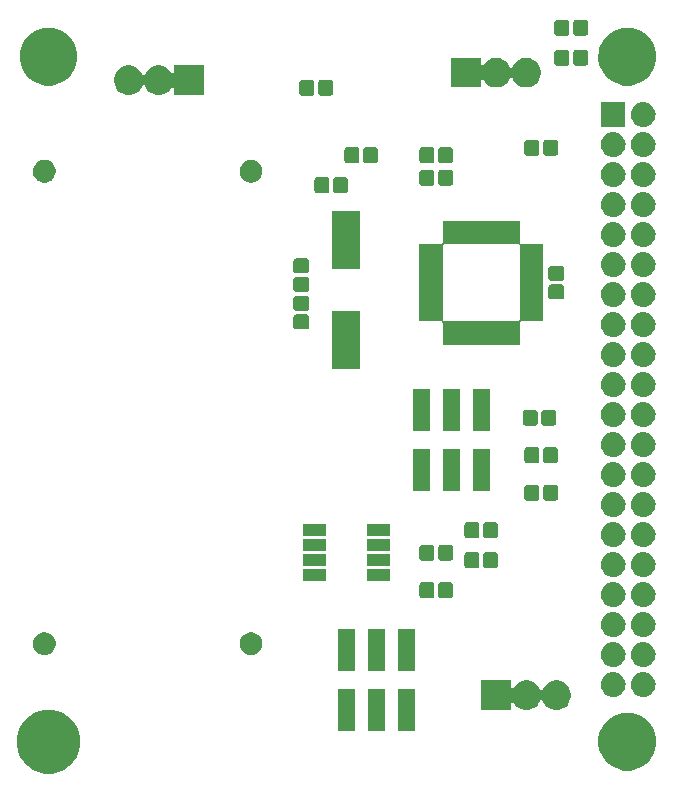
<source format=gts>
%TF.GenerationSoftware,KiCad,Pcbnew,5.0.2-bee76a0~70~ubuntu18.10.1*%
%TF.CreationDate,2019-11-15T11:24:18+01:00*%
%TF.ProjectId,Busmaster_001,4275736d-6173-4746-9572-5f3030312e6b,rev?*%
%TF.SameCoordinates,Original*%
%TF.FileFunction,Soldermask,Top*%
%TF.FilePolarity,Negative*%
%FSLAX46Y46*%
G04 Gerber Fmt 4.6, Leading zero omitted, Abs format (unit mm)*
G04 Created by KiCad (PCBNEW 5.0.2-bee76a0~70~ubuntu18.10.1) date Fr 15 Nov 2019 11:24:18 CET*
%MOMM*%
%LPD*%
G01*
G04 APERTURE LIST*
%ADD10C,0.100000*%
G04 APERTURE END LIST*
D10*
G36*
X30187560Y-140403759D02*
X30678928Y-140607290D01*
X30678930Y-140607291D01*
X30734096Y-140644152D01*
X31121153Y-140902775D01*
X31497225Y-141278847D01*
X31792710Y-141721072D01*
X31996241Y-142212440D01*
X32100000Y-142734072D01*
X32100000Y-143265928D01*
X31996241Y-143787560D01*
X31792710Y-144278928D01*
X31497225Y-144721153D01*
X31121153Y-145097225D01*
X31121150Y-145097227D01*
X30678930Y-145392709D01*
X30678929Y-145392710D01*
X30678928Y-145392710D01*
X30187560Y-145596241D01*
X29665928Y-145700000D01*
X29134072Y-145700000D01*
X28612440Y-145596241D01*
X28121072Y-145392710D01*
X28121071Y-145392710D01*
X28121070Y-145392709D01*
X27678850Y-145097227D01*
X27678847Y-145097225D01*
X27302775Y-144721153D01*
X27007290Y-144278928D01*
X26803759Y-143787560D01*
X26700000Y-143265928D01*
X26700000Y-142734072D01*
X26803759Y-142212440D01*
X27007290Y-141721072D01*
X27302775Y-141278847D01*
X27678847Y-140902775D01*
X28065904Y-140644152D01*
X28121070Y-140607291D01*
X28121072Y-140607290D01*
X28612440Y-140403759D01*
X29134072Y-140300000D01*
X29665928Y-140300000D01*
X30187560Y-140403759D01*
X30187560Y-140403759D01*
G37*
G36*
X78877971Y-140597076D02*
X79114639Y-140644152D01*
X79560510Y-140828838D01*
X79961784Y-141096960D01*
X80303040Y-141438216D01*
X80571162Y-141839490D01*
X80755848Y-142285361D01*
X80850000Y-142758696D01*
X80850000Y-143241304D01*
X80755848Y-143714639D01*
X80571162Y-144160510D01*
X80303040Y-144561784D01*
X79961784Y-144903040D01*
X79560510Y-145171162D01*
X79114639Y-145355848D01*
X78929326Y-145392709D01*
X78641305Y-145450000D01*
X78158695Y-145450000D01*
X77870674Y-145392709D01*
X77685361Y-145355848D01*
X77239490Y-145171162D01*
X76838216Y-144903040D01*
X76496960Y-144561784D01*
X76228838Y-144160510D01*
X76044152Y-143714639D01*
X75950000Y-143241304D01*
X75950000Y-142758696D01*
X76044152Y-142285361D01*
X76228838Y-141839490D01*
X76496960Y-141438216D01*
X76838216Y-141096960D01*
X77239490Y-140828838D01*
X77685361Y-140644152D01*
X77922029Y-140597076D01*
X78158695Y-140550000D01*
X78641305Y-140550000D01*
X78877971Y-140597076D01*
X78877971Y-140597076D01*
G37*
G36*
X57850000Y-142095000D02*
X56450000Y-142095000D01*
X56450000Y-138545000D01*
X57850000Y-138545000D01*
X57850000Y-142095000D01*
X57850000Y-142095000D01*
G37*
G36*
X55310000Y-142095000D02*
X53910000Y-142095000D01*
X53910000Y-138545000D01*
X55310000Y-138545000D01*
X55310000Y-142095000D01*
X55310000Y-142095000D01*
G37*
G36*
X60390000Y-142095000D02*
X58990000Y-142095000D01*
X58990000Y-138545000D01*
X60390000Y-138545000D01*
X60390000Y-142095000D01*
X60390000Y-142095000D01*
G37*
G36*
X68560000Y-138333611D02*
X68562402Y-138357997D01*
X68569515Y-138381446D01*
X68581066Y-138403057D01*
X68596612Y-138421999D01*
X68615554Y-138437545D01*
X68637165Y-138449096D01*
X68660614Y-138456209D01*
X68685000Y-138458611D01*
X68709386Y-138456209D01*
X68732835Y-138449096D01*
X68754446Y-138437545D01*
X68773388Y-138421999D01*
X68788934Y-138403058D01*
X68879065Y-138268168D01*
X69053169Y-138094064D01*
X69257904Y-137957264D01*
X69485388Y-137863037D01*
X69726885Y-137815000D01*
X69973115Y-137815000D01*
X70214612Y-137863037D01*
X70442096Y-137957264D01*
X70646831Y-138094064D01*
X70820936Y-138268169D01*
X70957736Y-138472904D01*
X71004515Y-138585839D01*
X71016066Y-138607450D01*
X71031611Y-138626392D01*
X71050554Y-138641938D01*
X71072164Y-138653489D01*
X71095613Y-138660602D01*
X71120000Y-138663004D01*
X71144386Y-138660602D01*
X71167835Y-138653489D01*
X71189446Y-138641938D01*
X71208388Y-138626393D01*
X71223934Y-138607450D01*
X71235485Y-138585839D01*
X71282264Y-138472904D01*
X71419064Y-138268169D01*
X71593169Y-138094064D01*
X71797904Y-137957264D01*
X72025388Y-137863037D01*
X72266885Y-137815000D01*
X72513115Y-137815000D01*
X72754612Y-137863037D01*
X72982096Y-137957264D01*
X73186831Y-138094064D01*
X73360936Y-138268169D01*
X73497736Y-138472904D01*
X73591963Y-138700388D01*
X73640000Y-138941885D01*
X73640000Y-139188115D01*
X73591963Y-139429612D01*
X73497736Y-139657096D01*
X73360936Y-139861831D01*
X73186831Y-140035936D01*
X72982096Y-140172736D01*
X72754612Y-140266963D01*
X72513115Y-140315000D01*
X72266885Y-140315000D01*
X72025388Y-140266963D01*
X71797904Y-140172736D01*
X71593169Y-140035936D01*
X71419064Y-139861831D01*
X71282264Y-139657096D01*
X71235485Y-139544161D01*
X71223934Y-139522550D01*
X71208389Y-139503608D01*
X71189446Y-139488062D01*
X71167836Y-139476511D01*
X71144387Y-139469398D01*
X71120000Y-139466996D01*
X71095614Y-139469398D01*
X71072165Y-139476511D01*
X71050554Y-139488062D01*
X71031612Y-139503607D01*
X71016066Y-139522550D01*
X71004515Y-139544161D01*
X70957736Y-139657096D01*
X70820936Y-139861831D01*
X70646831Y-140035936D01*
X70442096Y-140172736D01*
X70214612Y-140266963D01*
X69973115Y-140315000D01*
X69726885Y-140315000D01*
X69485388Y-140266963D01*
X69257904Y-140172736D01*
X69053169Y-140035936D01*
X68879065Y-139861832D01*
X68788934Y-139726942D01*
X68773388Y-139708000D01*
X68754446Y-139692455D01*
X68732835Y-139680904D01*
X68709386Y-139673791D01*
X68685000Y-139671389D01*
X68660613Y-139673791D01*
X68637164Y-139680904D01*
X68615553Y-139692455D01*
X68596611Y-139708001D01*
X68581066Y-139726943D01*
X68569515Y-139748554D01*
X68562402Y-139772003D01*
X68560000Y-139796389D01*
X68560000Y-140315000D01*
X66060000Y-140315000D01*
X66060000Y-137815000D01*
X68560000Y-137815000D01*
X68560000Y-138333611D01*
X68560000Y-138333611D01*
G37*
G36*
X77328707Y-137117597D02*
X77405836Y-137125193D01*
X77537787Y-137165220D01*
X77603763Y-137185233D01*
X77786172Y-137282733D01*
X77946054Y-137413946D01*
X78077267Y-137573828D01*
X78174767Y-137756237D01*
X78174767Y-137756238D01*
X78234807Y-137954164D01*
X78255080Y-138160000D01*
X78234807Y-138365836D01*
X78217770Y-138421999D01*
X78174767Y-138563763D01*
X78077267Y-138746172D01*
X77946054Y-138906054D01*
X77786172Y-139037267D01*
X77603763Y-139134767D01*
X77537787Y-139154780D01*
X77405836Y-139194807D01*
X77328707Y-139202403D01*
X77251580Y-139210000D01*
X77148420Y-139210000D01*
X77071293Y-139202403D01*
X76994164Y-139194807D01*
X76862213Y-139154780D01*
X76796237Y-139134767D01*
X76613828Y-139037267D01*
X76453946Y-138906054D01*
X76322733Y-138746172D01*
X76225233Y-138563763D01*
X76182230Y-138421999D01*
X76165193Y-138365836D01*
X76144920Y-138160000D01*
X76165193Y-137954164D01*
X76225233Y-137756238D01*
X76225233Y-137756237D01*
X76322733Y-137573828D01*
X76453946Y-137413946D01*
X76613828Y-137282733D01*
X76796237Y-137185233D01*
X76862213Y-137165220D01*
X76994164Y-137125193D01*
X77071293Y-137117597D01*
X77148420Y-137110000D01*
X77251580Y-137110000D01*
X77328707Y-137117597D01*
X77328707Y-137117597D01*
G37*
G36*
X79868707Y-137117597D02*
X79945836Y-137125193D01*
X80077787Y-137165220D01*
X80143763Y-137185233D01*
X80326172Y-137282733D01*
X80486054Y-137413946D01*
X80617267Y-137573828D01*
X80714767Y-137756237D01*
X80714767Y-137756238D01*
X80774807Y-137954164D01*
X80795080Y-138160000D01*
X80774807Y-138365836D01*
X80757770Y-138421999D01*
X80714767Y-138563763D01*
X80617267Y-138746172D01*
X80486054Y-138906054D01*
X80326172Y-139037267D01*
X80143763Y-139134767D01*
X80077787Y-139154780D01*
X79945836Y-139194807D01*
X79868707Y-139202403D01*
X79791580Y-139210000D01*
X79688420Y-139210000D01*
X79611293Y-139202403D01*
X79534164Y-139194807D01*
X79402213Y-139154780D01*
X79336237Y-139134767D01*
X79153828Y-139037267D01*
X78993946Y-138906054D01*
X78862733Y-138746172D01*
X78765233Y-138563763D01*
X78722230Y-138421999D01*
X78705193Y-138365836D01*
X78684920Y-138160000D01*
X78705193Y-137954164D01*
X78765233Y-137756238D01*
X78765233Y-137756237D01*
X78862733Y-137573828D01*
X78993946Y-137413946D01*
X79153828Y-137282733D01*
X79336237Y-137185233D01*
X79402213Y-137165220D01*
X79534164Y-137125193D01*
X79611293Y-137117597D01*
X79688420Y-137110000D01*
X79791580Y-137110000D01*
X79868707Y-137117597D01*
X79868707Y-137117597D01*
G37*
G36*
X55310000Y-137045000D02*
X53910000Y-137045000D01*
X53910000Y-133495000D01*
X55310000Y-133495000D01*
X55310000Y-137045000D01*
X55310000Y-137045000D01*
G37*
G36*
X60390000Y-137045000D02*
X58990000Y-137045000D01*
X58990000Y-133495000D01*
X60390000Y-133495000D01*
X60390000Y-137045000D01*
X60390000Y-137045000D01*
G37*
G36*
X57850000Y-137045000D02*
X56450000Y-137045000D01*
X56450000Y-133495000D01*
X57850000Y-133495000D01*
X57850000Y-137045000D01*
X57850000Y-137045000D01*
G37*
G36*
X79868707Y-134577597D02*
X79945836Y-134585193D01*
X80077787Y-134625220D01*
X80143763Y-134645233D01*
X80326172Y-134742733D01*
X80486054Y-134873946D01*
X80617267Y-135033828D01*
X80714767Y-135216237D01*
X80714767Y-135216238D01*
X80774807Y-135414164D01*
X80795080Y-135620000D01*
X80774807Y-135825836D01*
X80734780Y-135957787D01*
X80714767Y-136023763D01*
X80617267Y-136206172D01*
X80486054Y-136366054D01*
X80326172Y-136497267D01*
X80143763Y-136594767D01*
X80077787Y-136614780D01*
X79945836Y-136654807D01*
X79868707Y-136662404D01*
X79791580Y-136670000D01*
X79688420Y-136670000D01*
X79611293Y-136662404D01*
X79534164Y-136654807D01*
X79402213Y-136614780D01*
X79336237Y-136594767D01*
X79153828Y-136497267D01*
X78993946Y-136366054D01*
X78862733Y-136206172D01*
X78765233Y-136023763D01*
X78745220Y-135957787D01*
X78705193Y-135825836D01*
X78684920Y-135620000D01*
X78705193Y-135414164D01*
X78765233Y-135216238D01*
X78765233Y-135216237D01*
X78862733Y-135033828D01*
X78993946Y-134873946D01*
X79153828Y-134742733D01*
X79336237Y-134645233D01*
X79402213Y-134625220D01*
X79534164Y-134585193D01*
X79611293Y-134577597D01*
X79688420Y-134570000D01*
X79791580Y-134570000D01*
X79868707Y-134577597D01*
X79868707Y-134577597D01*
G37*
G36*
X77328707Y-134577597D02*
X77405836Y-134585193D01*
X77537787Y-134625220D01*
X77603763Y-134645233D01*
X77786172Y-134742733D01*
X77946054Y-134873946D01*
X78077267Y-135033828D01*
X78174767Y-135216237D01*
X78174767Y-135216238D01*
X78234807Y-135414164D01*
X78255080Y-135620000D01*
X78234807Y-135825836D01*
X78194780Y-135957787D01*
X78174767Y-136023763D01*
X78077267Y-136206172D01*
X77946054Y-136366054D01*
X77786172Y-136497267D01*
X77603763Y-136594767D01*
X77537787Y-136614780D01*
X77405836Y-136654807D01*
X77328707Y-136662404D01*
X77251580Y-136670000D01*
X77148420Y-136670000D01*
X77071293Y-136662404D01*
X76994164Y-136654807D01*
X76862213Y-136614780D01*
X76796237Y-136594767D01*
X76613828Y-136497267D01*
X76453946Y-136366054D01*
X76322733Y-136206172D01*
X76225233Y-136023763D01*
X76205220Y-135957787D01*
X76165193Y-135825836D01*
X76144920Y-135620000D01*
X76165193Y-135414164D01*
X76225233Y-135216238D01*
X76225233Y-135216237D01*
X76322733Y-135033828D01*
X76453946Y-134873946D01*
X76613828Y-134742733D01*
X76796237Y-134645233D01*
X76862213Y-134625220D01*
X76994164Y-134585193D01*
X77071293Y-134577597D01*
X77148420Y-134570000D01*
X77251580Y-134570000D01*
X77328707Y-134577597D01*
X77328707Y-134577597D01*
G37*
G36*
X29330603Y-133774968D02*
X29330606Y-133774969D01*
X29330605Y-133774969D01*
X29505678Y-133847486D01*
X29505679Y-133847487D01*
X29663241Y-133952767D01*
X29797233Y-134086759D01*
X29797234Y-134086761D01*
X29902514Y-134244322D01*
X29958603Y-134379734D01*
X29975032Y-134419397D01*
X30012000Y-134605250D01*
X30012000Y-134794750D01*
X29975032Y-134980603D01*
X29975031Y-134980605D01*
X29902514Y-135155678D01*
X29902513Y-135155679D01*
X29797233Y-135313241D01*
X29663241Y-135447233D01*
X29583923Y-135500232D01*
X29505678Y-135552514D01*
X29370266Y-135608603D01*
X29330603Y-135625032D01*
X29144750Y-135662000D01*
X28955250Y-135662000D01*
X28769397Y-135625032D01*
X28729734Y-135608603D01*
X28594322Y-135552514D01*
X28516077Y-135500232D01*
X28436759Y-135447233D01*
X28302767Y-135313241D01*
X28197487Y-135155679D01*
X28197486Y-135155678D01*
X28124969Y-134980605D01*
X28124968Y-134980603D01*
X28088000Y-134794750D01*
X28088000Y-134605250D01*
X28124968Y-134419397D01*
X28141397Y-134379734D01*
X28197486Y-134244322D01*
X28302766Y-134086761D01*
X28302767Y-134086759D01*
X28436759Y-133952767D01*
X28594321Y-133847487D01*
X28594322Y-133847486D01*
X28769395Y-133774969D01*
X28769394Y-133774969D01*
X28769397Y-133774968D01*
X28955250Y-133738000D01*
X29144750Y-133738000D01*
X29330603Y-133774968D01*
X29330603Y-133774968D01*
G37*
G36*
X46830603Y-133774968D02*
X46830606Y-133774969D01*
X46830605Y-133774969D01*
X47005678Y-133847486D01*
X47005679Y-133847487D01*
X47163241Y-133952767D01*
X47297233Y-134086759D01*
X47297234Y-134086761D01*
X47402514Y-134244322D01*
X47458603Y-134379734D01*
X47475032Y-134419397D01*
X47512000Y-134605250D01*
X47512000Y-134794750D01*
X47475032Y-134980603D01*
X47475031Y-134980605D01*
X47402514Y-135155678D01*
X47402513Y-135155679D01*
X47297233Y-135313241D01*
X47163241Y-135447233D01*
X47083923Y-135500232D01*
X47005678Y-135552514D01*
X46870266Y-135608603D01*
X46830603Y-135625032D01*
X46644750Y-135662000D01*
X46455250Y-135662000D01*
X46269397Y-135625032D01*
X46229734Y-135608603D01*
X46094322Y-135552514D01*
X46016077Y-135500232D01*
X45936759Y-135447233D01*
X45802767Y-135313241D01*
X45697487Y-135155679D01*
X45697486Y-135155678D01*
X45624969Y-134980605D01*
X45624968Y-134980603D01*
X45588000Y-134794750D01*
X45588000Y-134605250D01*
X45624968Y-134419397D01*
X45641397Y-134379734D01*
X45697486Y-134244322D01*
X45802766Y-134086761D01*
X45802767Y-134086759D01*
X45936759Y-133952767D01*
X46094321Y-133847487D01*
X46094322Y-133847486D01*
X46269395Y-133774969D01*
X46269394Y-133774969D01*
X46269397Y-133774968D01*
X46455250Y-133738000D01*
X46644750Y-133738000D01*
X46830603Y-133774968D01*
X46830603Y-133774968D01*
G37*
G36*
X79868707Y-132037597D02*
X79945836Y-132045193D01*
X80077787Y-132085220D01*
X80143763Y-132105233D01*
X80326172Y-132202733D01*
X80486054Y-132333946D01*
X80617267Y-132493828D01*
X80714767Y-132676237D01*
X80714767Y-132676238D01*
X80774807Y-132874164D01*
X80795080Y-133080000D01*
X80774807Y-133285836D01*
X80734780Y-133417787D01*
X80714767Y-133483763D01*
X80617267Y-133666172D01*
X80486054Y-133826054D01*
X80326172Y-133957267D01*
X80143763Y-134054767D01*
X80077787Y-134074780D01*
X79945836Y-134114807D01*
X79868707Y-134122403D01*
X79791580Y-134130000D01*
X79688420Y-134130000D01*
X79611293Y-134122403D01*
X79534164Y-134114807D01*
X79402213Y-134074780D01*
X79336237Y-134054767D01*
X79153828Y-133957267D01*
X78993946Y-133826054D01*
X78862733Y-133666172D01*
X78765233Y-133483763D01*
X78745220Y-133417787D01*
X78705193Y-133285836D01*
X78684920Y-133080000D01*
X78705193Y-132874164D01*
X78765233Y-132676238D01*
X78765233Y-132676237D01*
X78862733Y-132493828D01*
X78993946Y-132333946D01*
X79153828Y-132202733D01*
X79336237Y-132105233D01*
X79402213Y-132085220D01*
X79534164Y-132045193D01*
X79611293Y-132037597D01*
X79688420Y-132030000D01*
X79791580Y-132030000D01*
X79868707Y-132037597D01*
X79868707Y-132037597D01*
G37*
G36*
X77328707Y-132037597D02*
X77405836Y-132045193D01*
X77537787Y-132085220D01*
X77603763Y-132105233D01*
X77786172Y-132202733D01*
X77946054Y-132333946D01*
X78077267Y-132493828D01*
X78174767Y-132676237D01*
X78174767Y-132676238D01*
X78234807Y-132874164D01*
X78255080Y-133080000D01*
X78234807Y-133285836D01*
X78194780Y-133417787D01*
X78174767Y-133483763D01*
X78077267Y-133666172D01*
X77946054Y-133826054D01*
X77786172Y-133957267D01*
X77603763Y-134054767D01*
X77537787Y-134074780D01*
X77405836Y-134114807D01*
X77328707Y-134122403D01*
X77251580Y-134130000D01*
X77148420Y-134130000D01*
X77071293Y-134122403D01*
X76994164Y-134114807D01*
X76862213Y-134074780D01*
X76796237Y-134054767D01*
X76613828Y-133957267D01*
X76453946Y-133826054D01*
X76322733Y-133666172D01*
X76225233Y-133483763D01*
X76205220Y-133417787D01*
X76165193Y-133285836D01*
X76144920Y-133080000D01*
X76165193Y-132874164D01*
X76225233Y-132676238D01*
X76225233Y-132676237D01*
X76322733Y-132493828D01*
X76453946Y-132333946D01*
X76613828Y-132202733D01*
X76796237Y-132105233D01*
X76862213Y-132085220D01*
X76994164Y-132045193D01*
X77071293Y-132037597D01*
X77148420Y-132030000D01*
X77251580Y-132030000D01*
X77328707Y-132037597D01*
X77328707Y-132037597D01*
G37*
G36*
X79868707Y-129497597D02*
X79945836Y-129505193D01*
X80072731Y-129543686D01*
X80143763Y-129565233D01*
X80326172Y-129662733D01*
X80486054Y-129793946D01*
X80617267Y-129953828D01*
X80714767Y-130136237D01*
X80714767Y-130136238D01*
X80774807Y-130334164D01*
X80795080Y-130540000D01*
X80774807Y-130745836D01*
X80756461Y-130806314D01*
X80714767Y-130943763D01*
X80617267Y-131126172D01*
X80486054Y-131286054D01*
X80326172Y-131417267D01*
X80143763Y-131514767D01*
X80077787Y-131534780D01*
X79945836Y-131574807D01*
X79868707Y-131582403D01*
X79791580Y-131590000D01*
X79688420Y-131590000D01*
X79611293Y-131582403D01*
X79534164Y-131574807D01*
X79402213Y-131534780D01*
X79336237Y-131514767D01*
X79153828Y-131417267D01*
X78993946Y-131286054D01*
X78862733Y-131126172D01*
X78765233Y-130943763D01*
X78723539Y-130806314D01*
X78705193Y-130745836D01*
X78684920Y-130540000D01*
X78705193Y-130334164D01*
X78765233Y-130136238D01*
X78765233Y-130136237D01*
X78862733Y-129953828D01*
X78993946Y-129793946D01*
X79153828Y-129662733D01*
X79336237Y-129565233D01*
X79407269Y-129543686D01*
X79534164Y-129505193D01*
X79611293Y-129497597D01*
X79688420Y-129490000D01*
X79791580Y-129490000D01*
X79868707Y-129497597D01*
X79868707Y-129497597D01*
G37*
G36*
X77328707Y-129497597D02*
X77405836Y-129505193D01*
X77532731Y-129543686D01*
X77603763Y-129565233D01*
X77786172Y-129662733D01*
X77946054Y-129793946D01*
X78077267Y-129953828D01*
X78174767Y-130136237D01*
X78174767Y-130136238D01*
X78234807Y-130334164D01*
X78255080Y-130540000D01*
X78234807Y-130745836D01*
X78216461Y-130806314D01*
X78174767Y-130943763D01*
X78077267Y-131126172D01*
X77946054Y-131286054D01*
X77786172Y-131417267D01*
X77603763Y-131514767D01*
X77537787Y-131534780D01*
X77405836Y-131574807D01*
X77328707Y-131582403D01*
X77251580Y-131590000D01*
X77148420Y-131590000D01*
X77071293Y-131582403D01*
X76994164Y-131574807D01*
X76862213Y-131534780D01*
X76796237Y-131514767D01*
X76613828Y-131417267D01*
X76453946Y-131286054D01*
X76322733Y-131126172D01*
X76225233Y-130943763D01*
X76183539Y-130806314D01*
X76165193Y-130745836D01*
X76144920Y-130540000D01*
X76165193Y-130334164D01*
X76225233Y-130136238D01*
X76225233Y-130136237D01*
X76322733Y-129953828D01*
X76453946Y-129793946D01*
X76613828Y-129662733D01*
X76796237Y-129565233D01*
X76867269Y-129543686D01*
X76994164Y-129505193D01*
X77071293Y-129497597D01*
X77148420Y-129490000D01*
X77251580Y-129490000D01*
X77328707Y-129497597D01*
X77328707Y-129497597D01*
G37*
G36*
X63448622Y-129505517D02*
X63496585Y-129520066D01*
X63540775Y-129543686D01*
X63579518Y-129575482D01*
X63611314Y-129614225D01*
X63634934Y-129658415D01*
X63649483Y-129706378D01*
X63655000Y-129762391D01*
X63655000Y-130587609D01*
X63649483Y-130643622D01*
X63634934Y-130691585D01*
X63611314Y-130735775D01*
X63579518Y-130774518D01*
X63540775Y-130806314D01*
X63496585Y-130829934D01*
X63448622Y-130844483D01*
X63392609Y-130850000D01*
X62642391Y-130850000D01*
X62586378Y-130844483D01*
X62538415Y-130829934D01*
X62494225Y-130806314D01*
X62455482Y-130774518D01*
X62423686Y-130735775D01*
X62400066Y-130691585D01*
X62385517Y-130643622D01*
X62380000Y-130587609D01*
X62380000Y-129762391D01*
X62385517Y-129706378D01*
X62400066Y-129658415D01*
X62423686Y-129614225D01*
X62455482Y-129575482D01*
X62494225Y-129543686D01*
X62538415Y-129520066D01*
X62586378Y-129505517D01*
X62642391Y-129500000D01*
X63392609Y-129500000D01*
X63448622Y-129505517D01*
X63448622Y-129505517D01*
G37*
G36*
X61873622Y-129505517D02*
X61921585Y-129520066D01*
X61965775Y-129543686D01*
X62004518Y-129575482D01*
X62036314Y-129614225D01*
X62059934Y-129658415D01*
X62074483Y-129706378D01*
X62080000Y-129762391D01*
X62080000Y-130587609D01*
X62074483Y-130643622D01*
X62059934Y-130691585D01*
X62036314Y-130735775D01*
X62004518Y-130774518D01*
X61965775Y-130806314D01*
X61921585Y-130829934D01*
X61873622Y-130844483D01*
X61817609Y-130850000D01*
X61067391Y-130850000D01*
X61011378Y-130844483D01*
X60963415Y-130829934D01*
X60919225Y-130806314D01*
X60880482Y-130774518D01*
X60848686Y-130735775D01*
X60825066Y-130691585D01*
X60810517Y-130643622D01*
X60805000Y-130587609D01*
X60805000Y-129762391D01*
X60810517Y-129706378D01*
X60825066Y-129658415D01*
X60848686Y-129614225D01*
X60880482Y-129575482D01*
X60919225Y-129543686D01*
X60963415Y-129520066D01*
X61011378Y-129505517D01*
X61067391Y-129500000D01*
X61817609Y-129500000D01*
X61873622Y-129505517D01*
X61873622Y-129505517D01*
G37*
G36*
X52885000Y-129405000D02*
X50935000Y-129405000D01*
X50935000Y-128405000D01*
X52885000Y-128405000D01*
X52885000Y-129405000D01*
X52885000Y-129405000D01*
G37*
G36*
X58285000Y-129405000D02*
X56335000Y-129405000D01*
X56335000Y-128405000D01*
X58285000Y-128405000D01*
X58285000Y-129405000D01*
X58285000Y-129405000D01*
G37*
G36*
X77328707Y-126957597D02*
X77405836Y-126965193D01*
X77532731Y-127003686D01*
X77603763Y-127025233D01*
X77786172Y-127122733D01*
X77946054Y-127253946D01*
X78077267Y-127413828D01*
X78174767Y-127596237D01*
X78174767Y-127596238D01*
X78234807Y-127794164D01*
X78255080Y-128000000D01*
X78234807Y-128205836D01*
X78216461Y-128266314D01*
X78174767Y-128403763D01*
X78077267Y-128586172D01*
X77946054Y-128746054D01*
X77786172Y-128877267D01*
X77603763Y-128974767D01*
X77537787Y-128994780D01*
X77405836Y-129034807D01*
X77328707Y-129042403D01*
X77251580Y-129050000D01*
X77148420Y-129050000D01*
X77071293Y-129042403D01*
X76994164Y-129034807D01*
X76862213Y-128994780D01*
X76796237Y-128974767D01*
X76613828Y-128877267D01*
X76453946Y-128746054D01*
X76322733Y-128586172D01*
X76225233Y-128403763D01*
X76183539Y-128266314D01*
X76165193Y-128205836D01*
X76144920Y-128000000D01*
X76165193Y-127794164D01*
X76225233Y-127596238D01*
X76225233Y-127596237D01*
X76322733Y-127413828D01*
X76453946Y-127253946D01*
X76613828Y-127122733D01*
X76796237Y-127025233D01*
X76867269Y-127003686D01*
X76994164Y-126965193D01*
X77071293Y-126957597D01*
X77148420Y-126950000D01*
X77251580Y-126950000D01*
X77328707Y-126957597D01*
X77328707Y-126957597D01*
G37*
G36*
X79868707Y-126957597D02*
X79945836Y-126965193D01*
X80072731Y-127003686D01*
X80143763Y-127025233D01*
X80326172Y-127122733D01*
X80486054Y-127253946D01*
X80617267Y-127413828D01*
X80714767Y-127596237D01*
X80714767Y-127596238D01*
X80774807Y-127794164D01*
X80795080Y-128000000D01*
X80774807Y-128205836D01*
X80756461Y-128266314D01*
X80714767Y-128403763D01*
X80617267Y-128586172D01*
X80486054Y-128746054D01*
X80326172Y-128877267D01*
X80143763Y-128974767D01*
X80077787Y-128994780D01*
X79945836Y-129034807D01*
X79868707Y-129042403D01*
X79791580Y-129050000D01*
X79688420Y-129050000D01*
X79611293Y-129042403D01*
X79534164Y-129034807D01*
X79402213Y-128994780D01*
X79336237Y-128974767D01*
X79153828Y-128877267D01*
X78993946Y-128746054D01*
X78862733Y-128586172D01*
X78765233Y-128403763D01*
X78723539Y-128266314D01*
X78705193Y-128205836D01*
X78684920Y-128000000D01*
X78705193Y-127794164D01*
X78765233Y-127596238D01*
X78765233Y-127596237D01*
X78862733Y-127413828D01*
X78993946Y-127253946D01*
X79153828Y-127122733D01*
X79336237Y-127025233D01*
X79407269Y-127003686D01*
X79534164Y-126965193D01*
X79611293Y-126957597D01*
X79688420Y-126950000D01*
X79791580Y-126950000D01*
X79868707Y-126957597D01*
X79868707Y-126957597D01*
G37*
G36*
X67258622Y-126965517D02*
X67306585Y-126980066D01*
X67350775Y-127003686D01*
X67389518Y-127035482D01*
X67421314Y-127074225D01*
X67444934Y-127118415D01*
X67459483Y-127166378D01*
X67465000Y-127222391D01*
X67465000Y-128047609D01*
X67459483Y-128103622D01*
X67444934Y-128151585D01*
X67421314Y-128195775D01*
X67389518Y-128234518D01*
X67350775Y-128266314D01*
X67306585Y-128289934D01*
X67258622Y-128304483D01*
X67202609Y-128310000D01*
X66452391Y-128310000D01*
X66396378Y-128304483D01*
X66348415Y-128289934D01*
X66304225Y-128266314D01*
X66265482Y-128234518D01*
X66233686Y-128195775D01*
X66210066Y-128151585D01*
X66195517Y-128103622D01*
X66190000Y-128047609D01*
X66190000Y-127222391D01*
X66195517Y-127166378D01*
X66210066Y-127118415D01*
X66233686Y-127074225D01*
X66265482Y-127035482D01*
X66304225Y-127003686D01*
X66348415Y-126980066D01*
X66396378Y-126965517D01*
X66452391Y-126960000D01*
X67202609Y-126960000D01*
X67258622Y-126965517D01*
X67258622Y-126965517D01*
G37*
G36*
X65683622Y-126965517D02*
X65731585Y-126980066D01*
X65775775Y-127003686D01*
X65814518Y-127035482D01*
X65846314Y-127074225D01*
X65869934Y-127118415D01*
X65884483Y-127166378D01*
X65890000Y-127222391D01*
X65890000Y-128047609D01*
X65884483Y-128103622D01*
X65869934Y-128151585D01*
X65846314Y-128195775D01*
X65814518Y-128234518D01*
X65775775Y-128266314D01*
X65731585Y-128289934D01*
X65683622Y-128304483D01*
X65627609Y-128310000D01*
X64877391Y-128310000D01*
X64821378Y-128304483D01*
X64773415Y-128289934D01*
X64729225Y-128266314D01*
X64690482Y-128234518D01*
X64658686Y-128195775D01*
X64635066Y-128151585D01*
X64620517Y-128103622D01*
X64615000Y-128047609D01*
X64615000Y-127222391D01*
X64620517Y-127166378D01*
X64635066Y-127118415D01*
X64658686Y-127074225D01*
X64690482Y-127035482D01*
X64729225Y-127003686D01*
X64773415Y-126980066D01*
X64821378Y-126965517D01*
X64877391Y-126960000D01*
X65627609Y-126960000D01*
X65683622Y-126965517D01*
X65683622Y-126965517D01*
G37*
G36*
X52885000Y-128135000D02*
X50935000Y-128135000D01*
X50935000Y-127135000D01*
X52885000Y-127135000D01*
X52885000Y-128135000D01*
X52885000Y-128135000D01*
G37*
G36*
X58285000Y-128135000D02*
X56335000Y-128135000D01*
X56335000Y-127135000D01*
X58285000Y-127135000D01*
X58285000Y-128135000D01*
X58285000Y-128135000D01*
G37*
G36*
X61873622Y-126330517D02*
X61921585Y-126345066D01*
X61965775Y-126368686D01*
X62004518Y-126400482D01*
X62036314Y-126439225D01*
X62059934Y-126483415D01*
X62074483Y-126531378D01*
X62080000Y-126587391D01*
X62080000Y-127412609D01*
X62074483Y-127468622D01*
X62059934Y-127516585D01*
X62036314Y-127560775D01*
X62004518Y-127599518D01*
X61965775Y-127631314D01*
X61921585Y-127654934D01*
X61873622Y-127669483D01*
X61817609Y-127675000D01*
X61067391Y-127675000D01*
X61011378Y-127669483D01*
X60963415Y-127654934D01*
X60919225Y-127631314D01*
X60880482Y-127599518D01*
X60848686Y-127560775D01*
X60825066Y-127516585D01*
X60810517Y-127468622D01*
X60805000Y-127412609D01*
X60805000Y-126587391D01*
X60810517Y-126531378D01*
X60825066Y-126483415D01*
X60848686Y-126439225D01*
X60880482Y-126400482D01*
X60919225Y-126368686D01*
X60963415Y-126345066D01*
X61011378Y-126330517D01*
X61067391Y-126325000D01*
X61817609Y-126325000D01*
X61873622Y-126330517D01*
X61873622Y-126330517D01*
G37*
G36*
X63448622Y-126330517D02*
X63496585Y-126345066D01*
X63540775Y-126368686D01*
X63579518Y-126400482D01*
X63611314Y-126439225D01*
X63634934Y-126483415D01*
X63649483Y-126531378D01*
X63655000Y-126587391D01*
X63655000Y-127412609D01*
X63649483Y-127468622D01*
X63634934Y-127516585D01*
X63611314Y-127560775D01*
X63579518Y-127599518D01*
X63540775Y-127631314D01*
X63496585Y-127654934D01*
X63448622Y-127669483D01*
X63392609Y-127675000D01*
X62642391Y-127675000D01*
X62586378Y-127669483D01*
X62538415Y-127654934D01*
X62494225Y-127631314D01*
X62455482Y-127599518D01*
X62423686Y-127560775D01*
X62400066Y-127516585D01*
X62385517Y-127468622D01*
X62380000Y-127412609D01*
X62380000Y-126587391D01*
X62385517Y-126531378D01*
X62400066Y-126483415D01*
X62423686Y-126439225D01*
X62455482Y-126400482D01*
X62494225Y-126368686D01*
X62538415Y-126345066D01*
X62586378Y-126330517D01*
X62642391Y-126325000D01*
X63392609Y-126325000D01*
X63448622Y-126330517D01*
X63448622Y-126330517D01*
G37*
G36*
X58285000Y-126865000D02*
X56335000Y-126865000D01*
X56335000Y-125865000D01*
X58285000Y-125865000D01*
X58285000Y-126865000D01*
X58285000Y-126865000D01*
G37*
G36*
X52885000Y-126865000D02*
X50935000Y-126865000D01*
X50935000Y-125865000D01*
X52885000Y-125865000D01*
X52885000Y-126865000D01*
X52885000Y-126865000D01*
G37*
G36*
X79868707Y-124417597D02*
X79945836Y-124425193D01*
X80072731Y-124463686D01*
X80143763Y-124485233D01*
X80326172Y-124582733D01*
X80486054Y-124713946D01*
X80617267Y-124873828D01*
X80714767Y-125056237D01*
X80714767Y-125056238D01*
X80774807Y-125254164D01*
X80795080Y-125460000D01*
X80774807Y-125665836D01*
X80756461Y-125726314D01*
X80714767Y-125863763D01*
X80617267Y-126046172D01*
X80486054Y-126206054D01*
X80326172Y-126337267D01*
X80143763Y-126434767D01*
X80077787Y-126454780D01*
X79945836Y-126494807D01*
X79868707Y-126502404D01*
X79791580Y-126510000D01*
X79688420Y-126510000D01*
X79611293Y-126502404D01*
X79534164Y-126494807D01*
X79402213Y-126454780D01*
X79336237Y-126434767D01*
X79153828Y-126337267D01*
X78993946Y-126206054D01*
X78862733Y-126046172D01*
X78765233Y-125863763D01*
X78723539Y-125726314D01*
X78705193Y-125665836D01*
X78684920Y-125460000D01*
X78705193Y-125254164D01*
X78765233Y-125056238D01*
X78765233Y-125056237D01*
X78862733Y-124873828D01*
X78993946Y-124713946D01*
X79153828Y-124582733D01*
X79336237Y-124485233D01*
X79407269Y-124463686D01*
X79534164Y-124425193D01*
X79611293Y-124417597D01*
X79688420Y-124410000D01*
X79791580Y-124410000D01*
X79868707Y-124417597D01*
X79868707Y-124417597D01*
G37*
G36*
X77328707Y-124417597D02*
X77405836Y-124425193D01*
X77532731Y-124463686D01*
X77603763Y-124485233D01*
X77786172Y-124582733D01*
X77946054Y-124713946D01*
X78077267Y-124873828D01*
X78174767Y-125056237D01*
X78174767Y-125056238D01*
X78234807Y-125254164D01*
X78255080Y-125460000D01*
X78234807Y-125665836D01*
X78216461Y-125726314D01*
X78174767Y-125863763D01*
X78077267Y-126046172D01*
X77946054Y-126206054D01*
X77786172Y-126337267D01*
X77603763Y-126434767D01*
X77537787Y-126454780D01*
X77405836Y-126494807D01*
X77328707Y-126502404D01*
X77251580Y-126510000D01*
X77148420Y-126510000D01*
X77071293Y-126502404D01*
X76994164Y-126494807D01*
X76862213Y-126454780D01*
X76796237Y-126434767D01*
X76613828Y-126337267D01*
X76453946Y-126206054D01*
X76322733Y-126046172D01*
X76225233Y-125863763D01*
X76183539Y-125726314D01*
X76165193Y-125665836D01*
X76144920Y-125460000D01*
X76165193Y-125254164D01*
X76225233Y-125056238D01*
X76225233Y-125056237D01*
X76322733Y-124873828D01*
X76453946Y-124713946D01*
X76613828Y-124582733D01*
X76796237Y-124485233D01*
X76867269Y-124463686D01*
X76994164Y-124425193D01*
X77071293Y-124417597D01*
X77148420Y-124410000D01*
X77251580Y-124410000D01*
X77328707Y-124417597D01*
X77328707Y-124417597D01*
G37*
G36*
X65683622Y-124425517D02*
X65731585Y-124440066D01*
X65775775Y-124463686D01*
X65814518Y-124495482D01*
X65846314Y-124534225D01*
X65869934Y-124578415D01*
X65884483Y-124626378D01*
X65890000Y-124682391D01*
X65890000Y-125507609D01*
X65884483Y-125563622D01*
X65869934Y-125611585D01*
X65846314Y-125655775D01*
X65814518Y-125694518D01*
X65775775Y-125726314D01*
X65731585Y-125749934D01*
X65683622Y-125764483D01*
X65627609Y-125770000D01*
X64877391Y-125770000D01*
X64821378Y-125764483D01*
X64773415Y-125749934D01*
X64729225Y-125726314D01*
X64690482Y-125694518D01*
X64658686Y-125655775D01*
X64635066Y-125611585D01*
X64620517Y-125563622D01*
X64615000Y-125507609D01*
X64615000Y-124682391D01*
X64620517Y-124626378D01*
X64635066Y-124578415D01*
X64658686Y-124534225D01*
X64690482Y-124495482D01*
X64729225Y-124463686D01*
X64773415Y-124440066D01*
X64821378Y-124425517D01*
X64877391Y-124420000D01*
X65627609Y-124420000D01*
X65683622Y-124425517D01*
X65683622Y-124425517D01*
G37*
G36*
X67258622Y-124425517D02*
X67306585Y-124440066D01*
X67350775Y-124463686D01*
X67389518Y-124495482D01*
X67421314Y-124534225D01*
X67444934Y-124578415D01*
X67459483Y-124626378D01*
X67465000Y-124682391D01*
X67465000Y-125507609D01*
X67459483Y-125563622D01*
X67444934Y-125611585D01*
X67421314Y-125655775D01*
X67389518Y-125694518D01*
X67350775Y-125726314D01*
X67306585Y-125749934D01*
X67258622Y-125764483D01*
X67202609Y-125770000D01*
X66452391Y-125770000D01*
X66396378Y-125764483D01*
X66348415Y-125749934D01*
X66304225Y-125726314D01*
X66265482Y-125694518D01*
X66233686Y-125655775D01*
X66210066Y-125611585D01*
X66195517Y-125563622D01*
X66190000Y-125507609D01*
X66190000Y-124682391D01*
X66195517Y-124626378D01*
X66210066Y-124578415D01*
X66233686Y-124534225D01*
X66265482Y-124495482D01*
X66304225Y-124463686D01*
X66348415Y-124440066D01*
X66396378Y-124425517D01*
X66452391Y-124420000D01*
X67202609Y-124420000D01*
X67258622Y-124425517D01*
X67258622Y-124425517D01*
G37*
G36*
X58285000Y-125595000D02*
X56335000Y-125595000D01*
X56335000Y-124595000D01*
X58285000Y-124595000D01*
X58285000Y-125595000D01*
X58285000Y-125595000D01*
G37*
G36*
X52885000Y-125595000D02*
X50935000Y-125595000D01*
X50935000Y-124595000D01*
X52885000Y-124595000D01*
X52885000Y-125595000D01*
X52885000Y-125595000D01*
G37*
G36*
X77328707Y-121877597D02*
X77405836Y-121885193D01*
X77537787Y-121925220D01*
X77603763Y-121945233D01*
X77786172Y-122042733D01*
X77946054Y-122173946D01*
X78077267Y-122333828D01*
X78174767Y-122516237D01*
X78174767Y-122516238D01*
X78234807Y-122714164D01*
X78255080Y-122920000D01*
X78234807Y-123125836D01*
X78194780Y-123257787D01*
X78174767Y-123323763D01*
X78077267Y-123506172D01*
X77946054Y-123666054D01*
X77786172Y-123797267D01*
X77603763Y-123894767D01*
X77537787Y-123914780D01*
X77405836Y-123954807D01*
X77328707Y-123962403D01*
X77251580Y-123970000D01*
X77148420Y-123970000D01*
X77071293Y-123962403D01*
X76994164Y-123954807D01*
X76862213Y-123914780D01*
X76796237Y-123894767D01*
X76613828Y-123797267D01*
X76453946Y-123666054D01*
X76322733Y-123506172D01*
X76225233Y-123323763D01*
X76205220Y-123257787D01*
X76165193Y-123125836D01*
X76144920Y-122920000D01*
X76165193Y-122714164D01*
X76225233Y-122516238D01*
X76225233Y-122516237D01*
X76322733Y-122333828D01*
X76453946Y-122173946D01*
X76613828Y-122042733D01*
X76796237Y-121945233D01*
X76862213Y-121925220D01*
X76994164Y-121885193D01*
X77071293Y-121877597D01*
X77148420Y-121870000D01*
X77251580Y-121870000D01*
X77328707Y-121877597D01*
X77328707Y-121877597D01*
G37*
G36*
X79868707Y-121877597D02*
X79945836Y-121885193D01*
X80077787Y-121925220D01*
X80143763Y-121945233D01*
X80326172Y-122042733D01*
X80486054Y-122173946D01*
X80617267Y-122333828D01*
X80714767Y-122516237D01*
X80714767Y-122516238D01*
X80774807Y-122714164D01*
X80795080Y-122920000D01*
X80774807Y-123125836D01*
X80734780Y-123257787D01*
X80714767Y-123323763D01*
X80617267Y-123506172D01*
X80486054Y-123666054D01*
X80326172Y-123797267D01*
X80143763Y-123894767D01*
X80077787Y-123914780D01*
X79945836Y-123954807D01*
X79868707Y-123962403D01*
X79791580Y-123970000D01*
X79688420Y-123970000D01*
X79611293Y-123962403D01*
X79534164Y-123954807D01*
X79402213Y-123914780D01*
X79336237Y-123894767D01*
X79153828Y-123797267D01*
X78993946Y-123666054D01*
X78862733Y-123506172D01*
X78765233Y-123323763D01*
X78745220Y-123257787D01*
X78705193Y-123125836D01*
X78684920Y-122920000D01*
X78705193Y-122714164D01*
X78765233Y-122516238D01*
X78765233Y-122516237D01*
X78862733Y-122333828D01*
X78993946Y-122173946D01*
X79153828Y-122042733D01*
X79336237Y-121945233D01*
X79402213Y-121925220D01*
X79534164Y-121885193D01*
X79611293Y-121877597D01*
X79688420Y-121870000D01*
X79791580Y-121870000D01*
X79868707Y-121877597D01*
X79868707Y-121877597D01*
G37*
G36*
X72338622Y-121250517D02*
X72386585Y-121265066D01*
X72430775Y-121288686D01*
X72469518Y-121320482D01*
X72501314Y-121359225D01*
X72524934Y-121403415D01*
X72539483Y-121451378D01*
X72545000Y-121507391D01*
X72545000Y-122332609D01*
X72539483Y-122388622D01*
X72524934Y-122436585D01*
X72501314Y-122480775D01*
X72469518Y-122519518D01*
X72430775Y-122551314D01*
X72386585Y-122574934D01*
X72338622Y-122589483D01*
X72282609Y-122595000D01*
X71532391Y-122595000D01*
X71476378Y-122589483D01*
X71428415Y-122574934D01*
X71384225Y-122551314D01*
X71345482Y-122519518D01*
X71313686Y-122480775D01*
X71290066Y-122436585D01*
X71275517Y-122388622D01*
X71270000Y-122332609D01*
X71270000Y-121507391D01*
X71275517Y-121451378D01*
X71290066Y-121403415D01*
X71313686Y-121359225D01*
X71345482Y-121320482D01*
X71384225Y-121288686D01*
X71428415Y-121265066D01*
X71476378Y-121250517D01*
X71532391Y-121245000D01*
X72282609Y-121245000D01*
X72338622Y-121250517D01*
X72338622Y-121250517D01*
G37*
G36*
X70763622Y-121250517D02*
X70811585Y-121265066D01*
X70855775Y-121288686D01*
X70894518Y-121320482D01*
X70926314Y-121359225D01*
X70949934Y-121403415D01*
X70964483Y-121451378D01*
X70970000Y-121507391D01*
X70970000Y-122332609D01*
X70964483Y-122388622D01*
X70949934Y-122436585D01*
X70926314Y-122480775D01*
X70894518Y-122519518D01*
X70855775Y-122551314D01*
X70811585Y-122574934D01*
X70763622Y-122589483D01*
X70707609Y-122595000D01*
X69957391Y-122595000D01*
X69901378Y-122589483D01*
X69853415Y-122574934D01*
X69809225Y-122551314D01*
X69770482Y-122519518D01*
X69738686Y-122480775D01*
X69715066Y-122436585D01*
X69700517Y-122388622D01*
X69695000Y-122332609D01*
X69695000Y-121507391D01*
X69700517Y-121451378D01*
X69715066Y-121403415D01*
X69738686Y-121359225D01*
X69770482Y-121320482D01*
X69809225Y-121288686D01*
X69853415Y-121265066D01*
X69901378Y-121250517D01*
X69957391Y-121245000D01*
X70707609Y-121245000D01*
X70763622Y-121250517D01*
X70763622Y-121250517D01*
G37*
G36*
X64200000Y-121775000D02*
X62800000Y-121775000D01*
X62800000Y-118225000D01*
X64200000Y-118225000D01*
X64200000Y-121775000D01*
X64200000Y-121775000D01*
G37*
G36*
X61660000Y-121775000D02*
X60260000Y-121775000D01*
X60260000Y-118225000D01*
X61660000Y-118225000D01*
X61660000Y-121775000D01*
X61660000Y-121775000D01*
G37*
G36*
X66740000Y-121775000D02*
X65340000Y-121775000D01*
X65340000Y-118225000D01*
X66740000Y-118225000D01*
X66740000Y-121775000D01*
X66740000Y-121775000D01*
G37*
G36*
X79868707Y-119337596D02*
X79945836Y-119345193D01*
X80077787Y-119385220D01*
X80143763Y-119405233D01*
X80326172Y-119502733D01*
X80486054Y-119633946D01*
X80617267Y-119793828D01*
X80714767Y-119976237D01*
X80714767Y-119976238D01*
X80774807Y-120174164D01*
X80795080Y-120380000D01*
X80774807Y-120585836D01*
X80734780Y-120717787D01*
X80714767Y-120783763D01*
X80617267Y-120966172D01*
X80486054Y-121126054D01*
X80326172Y-121257267D01*
X80143763Y-121354767D01*
X80077787Y-121374780D01*
X79945836Y-121414807D01*
X79868707Y-121422403D01*
X79791580Y-121430000D01*
X79688420Y-121430000D01*
X79611293Y-121422403D01*
X79534164Y-121414807D01*
X79402213Y-121374780D01*
X79336237Y-121354767D01*
X79153828Y-121257267D01*
X78993946Y-121126054D01*
X78862733Y-120966172D01*
X78765233Y-120783763D01*
X78745220Y-120717787D01*
X78705193Y-120585836D01*
X78684920Y-120380000D01*
X78705193Y-120174164D01*
X78765233Y-119976238D01*
X78765233Y-119976237D01*
X78862733Y-119793828D01*
X78993946Y-119633946D01*
X79153828Y-119502733D01*
X79336237Y-119405233D01*
X79402213Y-119385220D01*
X79534164Y-119345193D01*
X79611293Y-119337596D01*
X79688420Y-119330000D01*
X79791580Y-119330000D01*
X79868707Y-119337596D01*
X79868707Y-119337596D01*
G37*
G36*
X77328707Y-119337596D02*
X77405836Y-119345193D01*
X77537787Y-119385220D01*
X77603763Y-119405233D01*
X77786172Y-119502733D01*
X77946054Y-119633946D01*
X78077267Y-119793828D01*
X78174767Y-119976237D01*
X78174767Y-119976238D01*
X78234807Y-120174164D01*
X78255080Y-120380000D01*
X78234807Y-120585836D01*
X78194780Y-120717787D01*
X78174767Y-120783763D01*
X78077267Y-120966172D01*
X77946054Y-121126054D01*
X77786172Y-121257267D01*
X77603763Y-121354767D01*
X77537787Y-121374780D01*
X77405836Y-121414807D01*
X77328707Y-121422403D01*
X77251580Y-121430000D01*
X77148420Y-121430000D01*
X77071293Y-121422403D01*
X76994164Y-121414807D01*
X76862213Y-121374780D01*
X76796237Y-121354767D01*
X76613828Y-121257267D01*
X76453946Y-121126054D01*
X76322733Y-120966172D01*
X76225233Y-120783763D01*
X76205220Y-120717787D01*
X76165193Y-120585836D01*
X76144920Y-120380000D01*
X76165193Y-120174164D01*
X76225233Y-119976238D01*
X76225233Y-119976237D01*
X76322733Y-119793828D01*
X76453946Y-119633946D01*
X76613828Y-119502733D01*
X76796237Y-119405233D01*
X76862213Y-119385220D01*
X76994164Y-119345193D01*
X77071293Y-119337596D01*
X77148420Y-119330000D01*
X77251580Y-119330000D01*
X77328707Y-119337596D01*
X77328707Y-119337596D01*
G37*
G36*
X72338622Y-118075517D02*
X72386585Y-118090066D01*
X72430775Y-118113686D01*
X72469518Y-118145482D01*
X72501314Y-118184225D01*
X72524934Y-118228415D01*
X72539483Y-118276378D01*
X72545000Y-118332391D01*
X72545000Y-119157609D01*
X72539483Y-119213622D01*
X72524934Y-119261585D01*
X72501314Y-119305775D01*
X72469518Y-119344518D01*
X72430775Y-119376314D01*
X72386585Y-119399934D01*
X72338622Y-119414483D01*
X72282609Y-119420000D01*
X71532391Y-119420000D01*
X71476378Y-119414483D01*
X71428415Y-119399934D01*
X71384225Y-119376314D01*
X71345482Y-119344518D01*
X71313686Y-119305775D01*
X71290066Y-119261585D01*
X71275517Y-119213622D01*
X71270000Y-119157609D01*
X71270000Y-118332391D01*
X71275517Y-118276378D01*
X71290066Y-118228415D01*
X71313686Y-118184225D01*
X71345482Y-118145482D01*
X71384225Y-118113686D01*
X71428415Y-118090066D01*
X71476378Y-118075517D01*
X71532391Y-118070000D01*
X72282609Y-118070000D01*
X72338622Y-118075517D01*
X72338622Y-118075517D01*
G37*
G36*
X70763622Y-118075517D02*
X70811585Y-118090066D01*
X70855775Y-118113686D01*
X70894518Y-118145482D01*
X70926314Y-118184225D01*
X70949934Y-118228415D01*
X70964483Y-118276378D01*
X70970000Y-118332391D01*
X70970000Y-119157609D01*
X70964483Y-119213622D01*
X70949934Y-119261585D01*
X70926314Y-119305775D01*
X70894518Y-119344518D01*
X70855775Y-119376314D01*
X70811585Y-119399934D01*
X70763622Y-119414483D01*
X70707609Y-119420000D01*
X69957391Y-119420000D01*
X69901378Y-119414483D01*
X69853415Y-119399934D01*
X69809225Y-119376314D01*
X69770482Y-119344518D01*
X69738686Y-119305775D01*
X69715066Y-119261585D01*
X69700517Y-119213622D01*
X69695000Y-119157609D01*
X69695000Y-118332391D01*
X69700517Y-118276378D01*
X69715066Y-118228415D01*
X69738686Y-118184225D01*
X69770482Y-118145482D01*
X69809225Y-118113686D01*
X69853415Y-118090066D01*
X69901378Y-118075517D01*
X69957391Y-118070000D01*
X70707609Y-118070000D01*
X70763622Y-118075517D01*
X70763622Y-118075517D01*
G37*
G36*
X77328707Y-116797596D02*
X77405836Y-116805193D01*
X77537787Y-116845220D01*
X77603763Y-116865233D01*
X77786172Y-116962733D01*
X77946054Y-117093946D01*
X78077267Y-117253828D01*
X78174767Y-117436237D01*
X78174767Y-117436238D01*
X78234807Y-117634164D01*
X78255080Y-117840000D01*
X78234807Y-118045836D01*
X78204580Y-118145482D01*
X78174767Y-118243763D01*
X78077267Y-118426172D01*
X77946054Y-118586054D01*
X77786172Y-118717267D01*
X77603763Y-118814767D01*
X77537787Y-118834780D01*
X77405836Y-118874807D01*
X77328707Y-118882404D01*
X77251580Y-118890000D01*
X77148420Y-118890000D01*
X77071293Y-118882404D01*
X76994164Y-118874807D01*
X76862213Y-118834780D01*
X76796237Y-118814767D01*
X76613828Y-118717267D01*
X76453946Y-118586054D01*
X76322733Y-118426172D01*
X76225233Y-118243763D01*
X76195420Y-118145482D01*
X76165193Y-118045836D01*
X76144920Y-117840000D01*
X76165193Y-117634164D01*
X76225233Y-117436238D01*
X76225233Y-117436237D01*
X76322733Y-117253828D01*
X76453946Y-117093946D01*
X76613828Y-116962733D01*
X76796237Y-116865233D01*
X76862213Y-116845220D01*
X76994164Y-116805193D01*
X77071293Y-116797596D01*
X77148420Y-116790000D01*
X77251580Y-116790000D01*
X77328707Y-116797596D01*
X77328707Y-116797596D01*
G37*
G36*
X79868707Y-116797596D02*
X79945836Y-116805193D01*
X80077787Y-116845220D01*
X80143763Y-116865233D01*
X80326172Y-116962733D01*
X80486054Y-117093946D01*
X80617267Y-117253828D01*
X80714767Y-117436237D01*
X80714767Y-117436238D01*
X80774807Y-117634164D01*
X80795080Y-117840000D01*
X80774807Y-118045836D01*
X80744580Y-118145482D01*
X80714767Y-118243763D01*
X80617267Y-118426172D01*
X80486054Y-118586054D01*
X80326172Y-118717267D01*
X80143763Y-118814767D01*
X80077787Y-118834780D01*
X79945836Y-118874807D01*
X79868707Y-118882404D01*
X79791580Y-118890000D01*
X79688420Y-118890000D01*
X79611293Y-118882404D01*
X79534164Y-118874807D01*
X79402213Y-118834780D01*
X79336237Y-118814767D01*
X79153828Y-118717267D01*
X78993946Y-118586054D01*
X78862733Y-118426172D01*
X78765233Y-118243763D01*
X78735420Y-118145482D01*
X78705193Y-118045836D01*
X78684920Y-117840000D01*
X78705193Y-117634164D01*
X78765233Y-117436238D01*
X78765233Y-117436237D01*
X78862733Y-117253828D01*
X78993946Y-117093946D01*
X79153828Y-116962733D01*
X79336237Y-116865233D01*
X79402213Y-116845220D01*
X79534164Y-116805193D01*
X79611293Y-116797596D01*
X79688420Y-116790000D01*
X79791580Y-116790000D01*
X79868707Y-116797596D01*
X79868707Y-116797596D01*
G37*
G36*
X61660000Y-116725000D02*
X60260000Y-116725000D01*
X60260000Y-113175000D01*
X61660000Y-113175000D01*
X61660000Y-116725000D01*
X61660000Y-116725000D01*
G37*
G36*
X66740000Y-116725000D02*
X65340000Y-116725000D01*
X65340000Y-113175000D01*
X66740000Y-113175000D01*
X66740000Y-116725000D01*
X66740000Y-116725000D01*
G37*
G36*
X64200000Y-116725000D02*
X62800000Y-116725000D01*
X62800000Y-113175000D01*
X64200000Y-113175000D01*
X64200000Y-116725000D01*
X64200000Y-116725000D01*
G37*
G36*
X77328707Y-114257596D02*
X77405836Y-114265193D01*
X77537787Y-114305220D01*
X77603763Y-114325233D01*
X77786172Y-114422733D01*
X77946054Y-114553946D01*
X78077267Y-114713828D01*
X78174767Y-114896237D01*
X78190687Y-114948719D01*
X78234807Y-115094164D01*
X78255080Y-115300000D01*
X78234807Y-115505836D01*
X78194780Y-115637787D01*
X78174767Y-115703763D01*
X78077267Y-115886172D01*
X77946054Y-116046054D01*
X77786172Y-116177267D01*
X77603763Y-116274767D01*
X77537787Y-116294780D01*
X77405836Y-116334807D01*
X77328707Y-116342404D01*
X77251580Y-116350000D01*
X77148420Y-116350000D01*
X77071293Y-116342404D01*
X76994164Y-116334807D01*
X76862213Y-116294780D01*
X76796237Y-116274767D01*
X76613828Y-116177267D01*
X76453946Y-116046054D01*
X76322733Y-115886172D01*
X76225233Y-115703763D01*
X76205220Y-115637787D01*
X76165193Y-115505836D01*
X76144920Y-115300000D01*
X76165193Y-115094164D01*
X76209313Y-114948719D01*
X76225233Y-114896237D01*
X76322733Y-114713828D01*
X76453946Y-114553946D01*
X76613828Y-114422733D01*
X76796237Y-114325233D01*
X76862213Y-114305220D01*
X76994164Y-114265193D01*
X77071293Y-114257596D01*
X77148420Y-114250000D01*
X77251580Y-114250000D01*
X77328707Y-114257596D01*
X77328707Y-114257596D01*
G37*
G36*
X79868707Y-114257596D02*
X79945836Y-114265193D01*
X80077787Y-114305220D01*
X80143763Y-114325233D01*
X80326172Y-114422733D01*
X80486054Y-114553946D01*
X80617267Y-114713828D01*
X80714767Y-114896237D01*
X80730687Y-114948719D01*
X80774807Y-115094164D01*
X80795080Y-115300000D01*
X80774807Y-115505836D01*
X80734780Y-115637787D01*
X80714767Y-115703763D01*
X80617267Y-115886172D01*
X80486054Y-116046054D01*
X80326172Y-116177267D01*
X80143763Y-116274767D01*
X80077787Y-116294780D01*
X79945836Y-116334807D01*
X79868707Y-116342404D01*
X79791580Y-116350000D01*
X79688420Y-116350000D01*
X79611293Y-116342404D01*
X79534164Y-116334807D01*
X79402213Y-116294780D01*
X79336237Y-116274767D01*
X79153828Y-116177267D01*
X78993946Y-116046054D01*
X78862733Y-115886172D01*
X78765233Y-115703763D01*
X78745220Y-115637787D01*
X78705193Y-115505836D01*
X78684920Y-115300000D01*
X78705193Y-115094164D01*
X78749313Y-114948719D01*
X78765233Y-114896237D01*
X78862733Y-114713828D01*
X78993946Y-114553946D01*
X79153828Y-114422733D01*
X79336237Y-114325233D01*
X79402213Y-114305220D01*
X79534164Y-114265193D01*
X79611293Y-114257596D01*
X79688420Y-114250000D01*
X79791580Y-114250000D01*
X79868707Y-114257596D01*
X79868707Y-114257596D01*
G37*
G36*
X72186122Y-114900517D02*
X72234085Y-114915066D01*
X72278275Y-114938686D01*
X72317018Y-114970482D01*
X72348814Y-115009225D01*
X72372434Y-115053415D01*
X72386983Y-115101378D01*
X72392500Y-115157391D01*
X72392500Y-115982609D01*
X72386983Y-116038622D01*
X72372434Y-116086585D01*
X72348814Y-116130775D01*
X72317018Y-116169518D01*
X72278275Y-116201314D01*
X72234085Y-116224934D01*
X72186122Y-116239483D01*
X72130109Y-116245000D01*
X71379891Y-116245000D01*
X71323878Y-116239483D01*
X71275915Y-116224934D01*
X71231725Y-116201314D01*
X71192982Y-116169518D01*
X71161186Y-116130775D01*
X71137566Y-116086585D01*
X71123017Y-116038622D01*
X71117500Y-115982609D01*
X71117500Y-115157391D01*
X71123017Y-115101378D01*
X71137566Y-115053415D01*
X71161186Y-115009225D01*
X71192982Y-114970482D01*
X71231725Y-114938686D01*
X71275915Y-114915066D01*
X71323878Y-114900517D01*
X71379891Y-114895000D01*
X72130109Y-114895000D01*
X72186122Y-114900517D01*
X72186122Y-114900517D01*
G37*
G36*
X70611122Y-114900517D02*
X70659085Y-114915066D01*
X70703275Y-114938686D01*
X70742018Y-114970482D01*
X70773814Y-115009225D01*
X70797434Y-115053415D01*
X70811983Y-115101378D01*
X70817500Y-115157391D01*
X70817500Y-115982609D01*
X70811983Y-116038622D01*
X70797434Y-116086585D01*
X70773814Y-116130775D01*
X70742018Y-116169518D01*
X70703275Y-116201314D01*
X70659085Y-116224934D01*
X70611122Y-116239483D01*
X70555109Y-116245000D01*
X69804891Y-116245000D01*
X69748878Y-116239483D01*
X69700915Y-116224934D01*
X69656725Y-116201314D01*
X69617982Y-116169518D01*
X69586186Y-116130775D01*
X69562566Y-116086585D01*
X69548017Y-116038622D01*
X69542500Y-115982609D01*
X69542500Y-115157391D01*
X69548017Y-115101378D01*
X69562566Y-115053415D01*
X69586186Y-115009225D01*
X69617982Y-114970482D01*
X69656725Y-114938686D01*
X69700915Y-114915066D01*
X69748878Y-114900517D01*
X69804891Y-114895000D01*
X70555109Y-114895000D01*
X70611122Y-114900517D01*
X70611122Y-114900517D01*
G37*
G36*
X79868707Y-111717596D02*
X79945836Y-111725193D01*
X80077787Y-111765220D01*
X80143763Y-111785233D01*
X80326172Y-111882733D01*
X80486054Y-112013946D01*
X80617267Y-112173828D01*
X80714767Y-112356237D01*
X80714767Y-112356238D01*
X80774807Y-112554164D01*
X80795080Y-112760000D01*
X80774807Y-112965836D01*
X80734780Y-113097787D01*
X80714767Y-113163763D01*
X80617267Y-113346172D01*
X80486054Y-113506054D01*
X80326172Y-113637267D01*
X80143763Y-113734767D01*
X80077787Y-113754780D01*
X79945836Y-113794807D01*
X79868707Y-113802403D01*
X79791580Y-113810000D01*
X79688420Y-113810000D01*
X79611293Y-113802403D01*
X79534164Y-113794807D01*
X79402213Y-113754780D01*
X79336237Y-113734767D01*
X79153828Y-113637267D01*
X78993946Y-113506054D01*
X78862733Y-113346172D01*
X78765233Y-113163763D01*
X78745220Y-113097787D01*
X78705193Y-112965836D01*
X78684920Y-112760000D01*
X78705193Y-112554164D01*
X78765233Y-112356238D01*
X78765233Y-112356237D01*
X78862733Y-112173828D01*
X78993946Y-112013946D01*
X79153828Y-111882733D01*
X79336237Y-111785233D01*
X79402213Y-111765220D01*
X79534164Y-111725193D01*
X79611293Y-111717596D01*
X79688420Y-111710000D01*
X79791580Y-111710000D01*
X79868707Y-111717596D01*
X79868707Y-111717596D01*
G37*
G36*
X77328707Y-111717596D02*
X77405836Y-111725193D01*
X77537787Y-111765220D01*
X77603763Y-111785233D01*
X77786172Y-111882733D01*
X77946054Y-112013946D01*
X78077267Y-112173828D01*
X78174767Y-112356237D01*
X78174767Y-112356238D01*
X78234807Y-112554164D01*
X78255080Y-112760000D01*
X78234807Y-112965836D01*
X78194780Y-113097787D01*
X78174767Y-113163763D01*
X78077267Y-113346172D01*
X77946054Y-113506054D01*
X77786172Y-113637267D01*
X77603763Y-113734767D01*
X77537787Y-113754780D01*
X77405836Y-113794807D01*
X77328707Y-113802403D01*
X77251580Y-113810000D01*
X77148420Y-113810000D01*
X77071293Y-113802403D01*
X76994164Y-113794807D01*
X76862213Y-113754780D01*
X76796237Y-113734767D01*
X76613828Y-113637267D01*
X76453946Y-113506054D01*
X76322733Y-113346172D01*
X76225233Y-113163763D01*
X76205220Y-113097787D01*
X76165193Y-112965836D01*
X76144920Y-112760000D01*
X76165193Y-112554164D01*
X76225233Y-112356238D01*
X76225233Y-112356237D01*
X76322733Y-112173828D01*
X76453946Y-112013946D01*
X76613828Y-111882733D01*
X76796237Y-111785233D01*
X76862213Y-111765220D01*
X76994164Y-111725193D01*
X77071293Y-111717596D01*
X77148420Y-111710000D01*
X77251580Y-111710000D01*
X77328707Y-111717596D01*
X77328707Y-111717596D01*
G37*
G36*
X55810000Y-111475000D02*
X53410000Y-111475000D01*
X53410000Y-106575000D01*
X55810000Y-106575000D01*
X55810000Y-111475000D01*
X55810000Y-111475000D01*
G37*
G36*
X77328707Y-109177597D02*
X77405836Y-109185193D01*
X77537787Y-109225220D01*
X77603763Y-109245233D01*
X77786172Y-109342733D01*
X77946054Y-109473946D01*
X78077267Y-109633828D01*
X78174767Y-109816237D01*
X78174767Y-109816238D01*
X78234807Y-110014164D01*
X78255080Y-110220000D01*
X78234807Y-110425836D01*
X78194780Y-110557787D01*
X78174767Y-110623763D01*
X78077267Y-110806172D01*
X77946054Y-110966054D01*
X77786172Y-111097267D01*
X77603763Y-111194767D01*
X77537787Y-111214780D01*
X77405836Y-111254807D01*
X77328707Y-111262403D01*
X77251580Y-111270000D01*
X77148420Y-111270000D01*
X77071293Y-111262403D01*
X76994164Y-111254807D01*
X76862213Y-111214780D01*
X76796237Y-111194767D01*
X76613828Y-111097267D01*
X76453946Y-110966054D01*
X76322733Y-110806172D01*
X76225233Y-110623763D01*
X76205220Y-110557787D01*
X76165193Y-110425836D01*
X76144920Y-110220000D01*
X76165193Y-110014164D01*
X76225233Y-109816238D01*
X76225233Y-109816237D01*
X76322733Y-109633828D01*
X76453946Y-109473946D01*
X76613828Y-109342733D01*
X76796237Y-109245233D01*
X76862213Y-109225220D01*
X76994164Y-109185193D01*
X77071293Y-109177597D01*
X77148420Y-109170000D01*
X77251580Y-109170000D01*
X77328707Y-109177597D01*
X77328707Y-109177597D01*
G37*
G36*
X79868707Y-109177597D02*
X79945836Y-109185193D01*
X80077787Y-109225220D01*
X80143763Y-109245233D01*
X80326172Y-109342733D01*
X80486054Y-109473946D01*
X80617267Y-109633828D01*
X80714767Y-109816237D01*
X80714767Y-109816238D01*
X80774807Y-110014164D01*
X80795080Y-110220000D01*
X80774807Y-110425836D01*
X80734780Y-110557787D01*
X80714767Y-110623763D01*
X80617267Y-110806172D01*
X80486054Y-110966054D01*
X80326172Y-111097267D01*
X80143763Y-111194767D01*
X80077787Y-111214780D01*
X79945836Y-111254807D01*
X79868707Y-111262403D01*
X79791580Y-111270000D01*
X79688420Y-111270000D01*
X79611293Y-111262403D01*
X79534164Y-111254807D01*
X79402213Y-111214780D01*
X79336237Y-111194767D01*
X79153828Y-111097267D01*
X78993946Y-110966054D01*
X78862733Y-110806172D01*
X78765233Y-110623763D01*
X78745220Y-110557787D01*
X78705193Y-110425836D01*
X78684920Y-110220000D01*
X78705193Y-110014164D01*
X78765233Y-109816238D01*
X78765233Y-109816237D01*
X78862733Y-109633828D01*
X78993946Y-109473946D01*
X79153828Y-109342733D01*
X79336237Y-109245233D01*
X79402213Y-109225220D01*
X79534164Y-109185193D01*
X79611293Y-109177597D01*
X79688420Y-109170000D01*
X79791580Y-109170000D01*
X79868707Y-109177597D01*
X79868707Y-109177597D01*
G37*
G36*
X69315000Y-100740000D02*
X69317402Y-100764386D01*
X69324515Y-100787835D01*
X69336066Y-100809446D01*
X69351612Y-100828388D01*
X69370554Y-100843934D01*
X69392165Y-100855485D01*
X69415614Y-100862598D01*
X69440000Y-100865000D01*
X71290000Y-100865000D01*
X71290000Y-107415000D01*
X69440000Y-107415000D01*
X69415614Y-107417402D01*
X69392165Y-107424515D01*
X69370554Y-107436066D01*
X69351612Y-107451612D01*
X69336066Y-107470554D01*
X69324515Y-107492165D01*
X69317402Y-107515614D01*
X69315000Y-107540000D01*
X69315000Y-109390000D01*
X62765000Y-109390000D01*
X62765000Y-107540000D01*
X62762598Y-107515614D01*
X62755485Y-107492165D01*
X62743934Y-107470554D01*
X62728388Y-107451612D01*
X62709446Y-107436066D01*
X62687835Y-107424515D01*
X62664386Y-107417402D01*
X62640000Y-107415000D01*
X60790000Y-107415000D01*
X60790000Y-101015000D01*
X62790000Y-101015000D01*
X62790000Y-107265000D01*
X62792402Y-107289386D01*
X62799515Y-107312835D01*
X62811066Y-107334446D01*
X62826612Y-107353388D01*
X62845554Y-107368934D01*
X62867165Y-107380485D01*
X62890614Y-107387598D01*
X62915000Y-107390000D01*
X69165000Y-107390000D01*
X69189386Y-107387598D01*
X69212835Y-107380485D01*
X69234446Y-107368934D01*
X69253388Y-107353388D01*
X69268934Y-107334446D01*
X69280485Y-107312835D01*
X69287598Y-107289386D01*
X69290000Y-107265000D01*
X69290000Y-101015000D01*
X69287598Y-100990614D01*
X69280485Y-100967165D01*
X69268934Y-100945554D01*
X69253388Y-100926612D01*
X69234446Y-100911066D01*
X69212835Y-100899515D01*
X69189386Y-100892402D01*
X69165000Y-100890000D01*
X62915000Y-100890000D01*
X62890614Y-100892402D01*
X62867165Y-100899515D01*
X62845554Y-100911066D01*
X62826612Y-100926612D01*
X62811066Y-100945554D01*
X62799515Y-100967165D01*
X62792402Y-100990614D01*
X62790000Y-101015000D01*
X60790000Y-101015000D01*
X60790000Y-100865000D01*
X62640000Y-100865000D01*
X62664386Y-100862598D01*
X62687835Y-100855485D01*
X62709446Y-100843934D01*
X62728388Y-100828388D01*
X62743934Y-100809446D01*
X62755485Y-100787835D01*
X62762598Y-100764386D01*
X62765000Y-100740000D01*
X62765000Y-98890000D01*
X69315000Y-98890000D01*
X69315000Y-100740000D01*
X69315000Y-100740000D01*
G37*
G36*
X79868707Y-106637596D02*
X79945836Y-106645193D01*
X80077787Y-106685220D01*
X80143763Y-106705233D01*
X80326172Y-106802733D01*
X80486054Y-106933946D01*
X80617267Y-107093828D01*
X80714767Y-107276237D01*
X80725869Y-107312835D01*
X80774807Y-107474164D01*
X80795080Y-107680000D01*
X80774807Y-107885836D01*
X80756379Y-107946585D01*
X80714767Y-108083763D01*
X80617267Y-108266172D01*
X80486054Y-108426054D01*
X80326172Y-108557267D01*
X80143763Y-108654767D01*
X80077787Y-108674780D01*
X79945836Y-108714807D01*
X79868707Y-108722404D01*
X79791580Y-108730000D01*
X79688420Y-108730000D01*
X79611293Y-108722404D01*
X79534164Y-108714807D01*
X79402213Y-108674780D01*
X79336237Y-108654767D01*
X79153828Y-108557267D01*
X78993946Y-108426054D01*
X78862733Y-108266172D01*
X78765233Y-108083763D01*
X78723621Y-107946585D01*
X78705193Y-107885836D01*
X78684920Y-107680000D01*
X78705193Y-107474164D01*
X78754131Y-107312835D01*
X78765233Y-107276237D01*
X78862733Y-107093828D01*
X78993946Y-106933946D01*
X79153828Y-106802733D01*
X79336237Y-106705233D01*
X79402213Y-106685220D01*
X79534164Y-106645193D01*
X79611293Y-106637596D01*
X79688420Y-106630000D01*
X79791580Y-106630000D01*
X79868707Y-106637596D01*
X79868707Y-106637596D01*
G37*
G36*
X77328707Y-106637596D02*
X77405836Y-106645193D01*
X77537787Y-106685220D01*
X77603763Y-106705233D01*
X77786172Y-106802733D01*
X77946054Y-106933946D01*
X78077267Y-107093828D01*
X78174767Y-107276237D01*
X78185869Y-107312835D01*
X78234807Y-107474164D01*
X78255080Y-107680000D01*
X78234807Y-107885836D01*
X78216379Y-107946585D01*
X78174767Y-108083763D01*
X78077267Y-108266172D01*
X77946054Y-108426054D01*
X77786172Y-108557267D01*
X77603763Y-108654767D01*
X77537787Y-108674780D01*
X77405836Y-108714807D01*
X77328707Y-108722404D01*
X77251580Y-108730000D01*
X77148420Y-108730000D01*
X77071293Y-108722404D01*
X76994164Y-108714807D01*
X76862213Y-108674780D01*
X76796237Y-108654767D01*
X76613828Y-108557267D01*
X76453946Y-108426054D01*
X76322733Y-108266172D01*
X76225233Y-108083763D01*
X76183621Y-107946585D01*
X76165193Y-107885836D01*
X76144920Y-107680000D01*
X76165193Y-107474164D01*
X76214131Y-107312835D01*
X76225233Y-107276237D01*
X76322733Y-107093828D01*
X76453946Y-106933946D01*
X76613828Y-106802733D01*
X76796237Y-106705233D01*
X76862213Y-106685220D01*
X76994164Y-106645193D01*
X77071293Y-106637596D01*
X77148420Y-106630000D01*
X77251580Y-106630000D01*
X77328707Y-106637596D01*
X77328707Y-106637596D01*
G37*
G36*
X51268622Y-106835517D02*
X51316585Y-106850066D01*
X51360775Y-106873686D01*
X51399518Y-106905482D01*
X51431314Y-106944225D01*
X51454934Y-106988415D01*
X51469483Y-107036378D01*
X51475000Y-107092391D01*
X51475000Y-107842609D01*
X51469483Y-107898622D01*
X51454934Y-107946585D01*
X51431314Y-107990775D01*
X51399518Y-108029518D01*
X51360775Y-108061314D01*
X51316585Y-108084934D01*
X51268622Y-108099483D01*
X51212609Y-108105000D01*
X50387391Y-108105000D01*
X50331378Y-108099483D01*
X50283415Y-108084934D01*
X50239225Y-108061314D01*
X50200482Y-108029518D01*
X50168686Y-107990775D01*
X50145066Y-107946585D01*
X50130517Y-107898622D01*
X50125000Y-107842609D01*
X50125000Y-107092391D01*
X50130517Y-107036378D01*
X50145066Y-106988415D01*
X50168686Y-106944225D01*
X50200482Y-106905482D01*
X50239225Y-106873686D01*
X50283415Y-106850066D01*
X50331378Y-106835517D01*
X50387391Y-106830000D01*
X51212609Y-106830000D01*
X51268622Y-106835517D01*
X51268622Y-106835517D01*
G37*
G36*
X51268622Y-105260517D02*
X51316585Y-105275066D01*
X51360775Y-105298686D01*
X51399518Y-105330482D01*
X51431314Y-105369225D01*
X51454934Y-105413415D01*
X51469483Y-105461378D01*
X51475000Y-105517391D01*
X51475000Y-106267609D01*
X51469483Y-106323622D01*
X51454934Y-106371585D01*
X51431314Y-106415775D01*
X51399518Y-106454518D01*
X51360775Y-106486314D01*
X51316585Y-106509934D01*
X51268622Y-106524483D01*
X51212609Y-106530000D01*
X50387391Y-106530000D01*
X50331378Y-106524483D01*
X50283415Y-106509934D01*
X50239225Y-106486314D01*
X50200482Y-106454518D01*
X50168686Y-106415775D01*
X50145066Y-106371585D01*
X50130517Y-106323622D01*
X50125000Y-106267609D01*
X50125000Y-105517391D01*
X50130517Y-105461378D01*
X50145066Y-105413415D01*
X50168686Y-105369225D01*
X50200482Y-105330482D01*
X50239225Y-105298686D01*
X50283415Y-105275066D01*
X50331378Y-105260517D01*
X50387391Y-105255000D01*
X51212609Y-105255000D01*
X51268622Y-105260517D01*
X51268622Y-105260517D01*
G37*
G36*
X77328707Y-104097597D02*
X77405836Y-104105193D01*
X77537787Y-104145220D01*
X77603763Y-104165233D01*
X77786172Y-104262733D01*
X77946054Y-104393946D01*
X78077267Y-104553828D01*
X78174767Y-104736237D01*
X78190571Y-104788338D01*
X78234807Y-104934164D01*
X78255080Y-105140000D01*
X78234807Y-105345836D01*
X78227712Y-105369225D01*
X78174767Y-105543763D01*
X78077267Y-105726172D01*
X77946054Y-105886054D01*
X77786172Y-106017267D01*
X77603763Y-106114767D01*
X77537787Y-106134780D01*
X77405836Y-106174807D01*
X77328707Y-106182404D01*
X77251580Y-106190000D01*
X77148420Y-106190000D01*
X77071293Y-106182404D01*
X76994164Y-106174807D01*
X76862213Y-106134780D01*
X76796237Y-106114767D01*
X76613828Y-106017267D01*
X76453946Y-105886054D01*
X76322733Y-105726172D01*
X76225233Y-105543763D01*
X76172288Y-105369225D01*
X76165193Y-105345836D01*
X76144920Y-105140000D01*
X76165193Y-104934164D01*
X76209429Y-104788338D01*
X76225233Y-104736237D01*
X76322733Y-104553828D01*
X76453946Y-104393946D01*
X76613828Y-104262733D01*
X76796237Y-104165233D01*
X76862213Y-104145220D01*
X76994164Y-104105193D01*
X77071293Y-104097597D01*
X77148420Y-104090000D01*
X77251580Y-104090000D01*
X77328707Y-104097597D01*
X77328707Y-104097597D01*
G37*
G36*
X79868707Y-104097597D02*
X79945836Y-104105193D01*
X80077787Y-104145220D01*
X80143763Y-104165233D01*
X80326172Y-104262733D01*
X80486054Y-104393946D01*
X80617267Y-104553828D01*
X80714767Y-104736237D01*
X80730571Y-104788338D01*
X80774807Y-104934164D01*
X80795080Y-105140000D01*
X80774807Y-105345836D01*
X80767712Y-105369225D01*
X80714767Y-105543763D01*
X80617267Y-105726172D01*
X80486054Y-105886054D01*
X80326172Y-106017267D01*
X80143763Y-106114767D01*
X80077787Y-106134780D01*
X79945836Y-106174807D01*
X79868707Y-106182404D01*
X79791580Y-106190000D01*
X79688420Y-106190000D01*
X79611293Y-106182404D01*
X79534164Y-106174807D01*
X79402213Y-106134780D01*
X79336237Y-106114767D01*
X79153828Y-106017267D01*
X78993946Y-105886054D01*
X78862733Y-105726172D01*
X78765233Y-105543763D01*
X78712288Y-105369225D01*
X78705193Y-105345836D01*
X78684920Y-105140000D01*
X78705193Y-104934164D01*
X78749429Y-104788338D01*
X78765233Y-104736237D01*
X78862733Y-104553828D01*
X78993946Y-104393946D01*
X79153828Y-104262733D01*
X79336237Y-104165233D01*
X79402213Y-104145220D01*
X79534164Y-104105193D01*
X79611293Y-104097597D01*
X79688420Y-104090000D01*
X79791580Y-104090000D01*
X79868707Y-104097597D01*
X79868707Y-104097597D01*
G37*
G36*
X72858622Y-104295517D02*
X72906585Y-104310066D01*
X72950775Y-104333686D01*
X72989518Y-104365482D01*
X73021314Y-104404225D01*
X73044934Y-104448415D01*
X73059483Y-104496378D01*
X73065000Y-104552391D01*
X73065000Y-105302609D01*
X73059483Y-105358622D01*
X73044934Y-105406585D01*
X73021314Y-105450775D01*
X72989518Y-105489518D01*
X72950775Y-105521314D01*
X72906585Y-105544934D01*
X72858622Y-105559483D01*
X72802609Y-105565000D01*
X71977391Y-105565000D01*
X71921378Y-105559483D01*
X71873415Y-105544934D01*
X71829225Y-105521314D01*
X71790482Y-105489518D01*
X71758686Y-105450775D01*
X71735066Y-105406585D01*
X71720517Y-105358622D01*
X71715000Y-105302609D01*
X71715000Y-104552391D01*
X71720517Y-104496378D01*
X71735066Y-104448415D01*
X71758686Y-104404225D01*
X71790482Y-104365482D01*
X71829225Y-104333686D01*
X71873415Y-104310066D01*
X71921378Y-104295517D01*
X71977391Y-104290000D01*
X72802609Y-104290000D01*
X72858622Y-104295517D01*
X72858622Y-104295517D01*
G37*
G36*
X51268622Y-103660517D02*
X51316585Y-103675066D01*
X51360775Y-103698686D01*
X51399518Y-103730482D01*
X51431314Y-103769225D01*
X51454934Y-103813415D01*
X51469483Y-103861378D01*
X51475000Y-103917391D01*
X51475000Y-104667609D01*
X51469483Y-104723622D01*
X51454934Y-104771585D01*
X51431314Y-104815775D01*
X51399518Y-104854518D01*
X51360775Y-104886314D01*
X51316585Y-104909934D01*
X51268622Y-104924483D01*
X51212609Y-104930000D01*
X50387391Y-104930000D01*
X50331378Y-104924483D01*
X50283415Y-104909934D01*
X50239225Y-104886314D01*
X50200482Y-104854518D01*
X50168686Y-104815775D01*
X50145066Y-104771585D01*
X50130517Y-104723622D01*
X50125000Y-104667609D01*
X50125000Y-103917391D01*
X50130517Y-103861378D01*
X50145066Y-103813415D01*
X50168686Y-103769225D01*
X50200482Y-103730482D01*
X50239225Y-103698686D01*
X50283415Y-103675066D01*
X50331378Y-103660517D01*
X50387391Y-103655000D01*
X51212609Y-103655000D01*
X51268622Y-103660517D01*
X51268622Y-103660517D01*
G37*
G36*
X72858622Y-102720517D02*
X72906585Y-102735066D01*
X72950775Y-102758686D01*
X72989518Y-102790482D01*
X73021314Y-102829225D01*
X73044934Y-102873415D01*
X73059483Y-102921378D01*
X73065000Y-102977391D01*
X73065000Y-103727609D01*
X73059483Y-103783622D01*
X73044934Y-103831585D01*
X73021314Y-103875775D01*
X72989518Y-103914518D01*
X72950775Y-103946314D01*
X72906585Y-103969934D01*
X72858622Y-103984483D01*
X72802609Y-103990000D01*
X71977391Y-103990000D01*
X71921378Y-103984483D01*
X71873415Y-103969934D01*
X71829225Y-103946314D01*
X71790482Y-103914518D01*
X71758686Y-103875775D01*
X71735066Y-103831585D01*
X71720517Y-103783622D01*
X71715000Y-103727609D01*
X71715000Y-102977391D01*
X71720517Y-102921378D01*
X71735066Y-102873415D01*
X71758686Y-102829225D01*
X71790482Y-102790482D01*
X71829225Y-102758686D01*
X71873415Y-102735066D01*
X71921378Y-102720517D01*
X71977391Y-102715000D01*
X72802609Y-102715000D01*
X72858622Y-102720517D01*
X72858622Y-102720517D01*
G37*
G36*
X79868707Y-101557596D02*
X79945836Y-101565193D01*
X80077787Y-101605220D01*
X80143763Y-101625233D01*
X80326172Y-101722733D01*
X80486054Y-101853946D01*
X80617267Y-102013828D01*
X80714767Y-102196237D01*
X80714767Y-102196238D01*
X80774807Y-102394164D01*
X80795080Y-102600000D01*
X80774807Y-102805836D01*
X80774041Y-102808360D01*
X80714767Y-103003763D01*
X80617267Y-103186172D01*
X80486054Y-103346054D01*
X80326172Y-103477267D01*
X80143763Y-103574767D01*
X80077787Y-103594780D01*
X79945836Y-103634807D01*
X79868707Y-103642404D01*
X79791580Y-103650000D01*
X79688420Y-103650000D01*
X79611293Y-103642404D01*
X79534164Y-103634807D01*
X79402213Y-103594780D01*
X79336237Y-103574767D01*
X79153828Y-103477267D01*
X78993946Y-103346054D01*
X78862733Y-103186172D01*
X78765233Y-103003763D01*
X78705959Y-102808360D01*
X78705193Y-102805836D01*
X78684920Y-102600000D01*
X78705193Y-102394164D01*
X78765233Y-102196238D01*
X78765233Y-102196237D01*
X78862733Y-102013828D01*
X78993946Y-101853946D01*
X79153828Y-101722733D01*
X79336237Y-101625233D01*
X79402213Y-101605220D01*
X79534164Y-101565193D01*
X79611293Y-101557596D01*
X79688420Y-101550000D01*
X79791580Y-101550000D01*
X79868707Y-101557596D01*
X79868707Y-101557596D01*
G37*
G36*
X77328707Y-101557596D02*
X77405836Y-101565193D01*
X77537787Y-101605220D01*
X77603763Y-101625233D01*
X77786172Y-101722733D01*
X77946054Y-101853946D01*
X78077267Y-102013828D01*
X78174767Y-102196237D01*
X78174767Y-102196238D01*
X78234807Y-102394164D01*
X78255080Y-102600000D01*
X78234807Y-102805836D01*
X78234041Y-102808360D01*
X78174767Y-103003763D01*
X78077267Y-103186172D01*
X77946054Y-103346054D01*
X77786172Y-103477267D01*
X77603763Y-103574767D01*
X77537787Y-103594780D01*
X77405836Y-103634807D01*
X77328707Y-103642404D01*
X77251580Y-103650000D01*
X77148420Y-103650000D01*
X77071293Y-103642404D01*
X76994164Y-103634807D01*
X76862213Y-103594780D01*
X76796237Y-103574767D01*
X76613828Y-103477267D01*
X76453946Y-103346054D01*
X76322733Y-103186172D01*
X76225233Y-103003763D01*
X76165959Y-102808360D01*
X76165193Y-102805836D01*
X76144920Y-102600000D01*
X76165193Y-102394164D01*
X76225233Y-102196238D01*
X76225233Y-102196237D01*
X76322733Y-102013828D01*
X76453946Y-101853946D01*
X76613828Y-101722733D01*
X76796237Y-101625233D01*
X76862213Y-101605220D01*
X76994164Y-101565193D01*
X77071293Y-101557596D01*
X77148420Y-101550000D01*
X77251580Y-101550000D01*
X77328707Y-101557596D01*
X77328707Y-101557596D01*
G37*
G36*
X51268622Y-102085517D02*
X51316585Y-102100066D01*
X51360775Y-102123686D01*
X51399518Y-102155482D01*
X51431314Y-102194225D01*
X51454934Y-102238415D01*
X51469483Y-102286378D01*
X51475000Y-102342391D01*
X51475000Y-103092609D01*
X51469483Y-103148622D01*
X51454934Y-103196585D01*
X51431314Y-103240775D01*
X51399518Y-103279518D01*
X51360775Y-103311314D01*
X51316585Y-103334934D01*
X51268622Y-103349483D01*
X51212609Y-103355000D01*
X50387391Y-103355000D01*
X50331378Y-103349483D01*
X50283415Y-103334934D01*
X50239225Y-103311314D01*
X50200482Y-103279518D01*
X50168686Y-103240775D01*
X50145066Y-103196585D01*
X50130517Y-103148622D01*
X50125000Y-103092609D01*
X50125000Y-102342391D01*
X50130517Y-102286378D01*
X50145066Y-102238415D01*
X50168686Y-102194225D01*
X50200482Y-102155482D01*
X50239225Y-102123686D01*
X50283415Y-102100066D01*
X50331378Y-102085517D01*
X50387391Y-102080000D01*
X51212609Y-102080000D01*
X51268622Y-102085517D01*
X51268622Y-102085517D01*
G37*
G36*
X55810000Y-102975000D02*
X53410000Y-102975000D01*
X53410000Y-98075000D01*
X55810000Y-98075000D01*
X55810000Y-102975000D01*
X55810000Y-102975000D01*
G37*
G36*
X77328707Y-99017596D02*
X77405836Y-99025193D01*
X77537787Y-99065220D01*
X77603763Y-99085233D01*
X77786172Y-99182733D01*
X77946054Y-99313946D01*
X78077267Y-99473828D01*
X78174767Y-99656237D01*
X78174767Y-99656238D01*
X78234807Y-99854164D01*
X78255080Y-100060000D01*
X78234807Y-100265836D01*
X78194780Y-100397787D01*
X78174767Y-100463763D01*
X78077267Y-100646172D01*
X77946054Y-100806054D01*
X77786172Y-100937267D01*
X77603763Y-101034767D01*
X77537787Y-101054780D01*
X77405836Y-101094807D01*
X77328707Y-101102404D01*
X77251580Y-101110000D01*
X77148420Y-101110000D01*
X77071293Y-101102404D01*
X76994164Y-101094807D01*
X76862213Y-101054780D01*
X76796237Y-101034767D01*
X76613828Y-100937267D01*
X76453946Y-100806054D01*
X76322733Y-100646172D01*
X76225233Y-100463763D01*
X76205220Y-100397787D01*
X76165193Y-100265836D01*
X76144920Y-100060000D01*
X76165193Y-99854164D01*
X76225233Y-99656238D01*
X76225233Y-99656237D01*
X76322733Y-99473828D01*
X76453946Y-99313946D01*
X76613828Y-99182733D01*
X76796237Y-99085233D01*
X76862213Y-99065220D01*
X76994164Y-99025193D01*
X77071293Y-99017596D01*
X77148420Y-99010000D01*
X77251580Y-99010000D01*
X77328707Y-99017596D01*
X77328707Y-99017596D01*
G37*
G36*
X79868707Y-99017596D02*
X79945836Y-99025193D01*
X80077787Y-99065220D01*
X80143763Y-99085233D01*
X80326172Y-99182733D01*
X80486054Y-99313946D01*
X80617267Y-99473828D01*
X80714767Y-99656237D01*
X80714767Y-99656238D01*
X80774807Y-99854164D01*
X80795080Y-100060000D01*
X80774807Y-100265836D01*
X80734780Y-100397787D01*
X80714767Y-100463763D01*
X80617267Y-100646172D01*
X80486054Y-100806054D01*
X80326172Y-100937267D01*
X80143763Y-101034767D01*
X80077787Y-101054780D01*
X79945836Y-101094807D01*
X79868707Y-101102404D01*
X79791580Y-101110000D01*
X79688420Y-101110000D01*
X79611293Y-101102404D01*
X79534164Y-101094807D01*
X79402213Y-101054780D01*
X79336237Y-101034767D01*
X79153828Y-100937267D01*
X78993946Y-100806054D01*
X78862733Y-100646172D01*
X78765233Y-100463763D01*
X78745220Y-100397787D01*
X78705193Y-100265836D01*
X78684920Y-100060000D01*
X78705193Y-99854164D01*
X78765233Y-99656238D01*
X78765233Y-99656237D01*
X78862733Y-99473828D01*
X78993946Y-99313946D01*
X79153828Y-99182733D01*
X79336237Y-99085233D01*
X79402213Y-99065220D01*
X79534164Y-99025193D01*
X79611293Y-99017596D01*
X79688420Y-99010000D01*
X79791580Y-99010000D01*
X79868707Y-99017596D01*
X79868707Y-99017596D01*
G37*
G36*
X79868707Y-96477596D02*
X79945836Y-96485193D01*
X80077787Y-96525220D01*
X80143763Y-96545233D01*
X80326172Y-96642733D01*
X80486054Y-96773946D01*
X80617267Y-96933828D01*
X80714767Y-97116237D01*
X80714767Y-97116238D01*
X80774807Y-97314164D01*
X80795080Y-97520000D01*
X80774807Y-97725836D01*
X80734780Y-97857787D01*
X80714767Y-97923763D01*
X80617267Y-98106172D01*
X80486054Y-98266054D01*
X80326172Y-98397267D01*
X80143763Y-98494767D01*
X80077787Y-98514780D01*
X79945836Y-98554807D01*
X79868707Y-98562404D01*
X79791580Y-98570000D01*
X79688420Y-98570000D01*
X79611293Y-98562404D01*
X79534164Y-98554807D01*
X79402213Y-98514780D01*
X79336237Y-98494767D01*
X79153828Y-98397267D01*
X78993946Y-98266054D01*
X78862733Y-98106172D01*
X78765233Y-97923763D01*
X78745220Y-97857787D01*
X78705193Y-97725836D01*
X78684920Y-97520000D01*
X78705193Y-97314164D01*
X78765233Y-97116238D01*
X78765233Y-97116237D01*
X78862733Y-96933828D01*
X78993946Y-96773946D01*
X79153828Y-96642733D01*
X79336237Y-96545233D01*
X79402213Y-96525220D01*
X79534164Y-96485193D01*
X79611293Y-96477596D01*
X79688420Y-96470000D01*
X79791580Y-96470000D01*
X79868707Y-96477596D01*
X79868707Y-96477596D01*
G37*
G36*
X77328707Y-96477596D02*
X77405836Y-96485193D01*
X77537787Y-96525220D01*
X77603763Y-96545233D01*
X77786172Y-96642733D01*
X77946054Y-96773946D01*
X78077267Y-96933828D01*
X78174767Y-97116237D01*
X78174767Y-97116238D01*
X78234807Y-97314164D01*
X78255080Y-97520000D01*
X78234807Y-97725836D01*
X78194780Y-97857787D01*
X78174767Y-97923763D01*
X78077267Y-98106172D01*
X77946054Y-98266054D01*
X77786172Y-98397267D01*
X77603763Y-98494767D01*
X77537787Y-98514780D01*
X77405836Y-98554807D01*
X77328707Y-98562404D01*
X77251580Y-98570000D01*
X77148420Y-98570000D01*
X77071293Y-98562404D01*
X76994164Y-98554807D01*
X76862213Y-98514780D01*
X76796237Y-98494767D01*
X76613828Y-98397267D01*
X76453946Y-98266054D01*
X76322733Y-98106172D01*
X76225233Y-97923763D01*
X76205220Y-97857787D01*
X76165193Y-97725836D01*
X76144920Y-97520000D01*
X76165193Y-97314164D01*
X76225233Y-97116238D01*
X76225233Y-97116237D01*
X76322733Y-96933828D01*
X76453946Y-96773946D01*
X76613828Y-96642733D01*
X76796237Y-96545233D01*
X76862213Y-96525220D01*
X76994164Y-96485193D01*
X77071293Y-96477596D01*
X77148420Y-96470000D01*
X77251580Y-96470000D01*
X77328707Y-96477596D01*
X77328707Y-96477596D01*
G37*
G36*
X54558622Y-95215517D02*
X54606585Y-95230066D01*
X54650775Y-95253686D01*
X54689518Y-95285482D01*
X54721314Y-95324225D01*
X54744934Y-95368415D01*
X54759483Y-95416378D01*
X54765000Y-95472391D01*
X54765000Y-96297609D01*
X54759483Y-96353622D01*
X54744934Y-96401585D01*
X54721314Y-96445775D01*
X54689518Y-96484518D01*
X54650775Y-96516314D01*
X54606585Y-96539934D01*
X54558622Y-96554483D01*
X54502609Y-96560000D01*
X53752391Y-96560000D01*
X53696378Y-96554483D01*
X53648415Y-96539934D01*
X53604225Y-96516314D01*
X53565482Y-96484518D01*
X53533686Y-96445775D01*
X53510066Y-96401585D01*
X53495517Y-96353622D01*
X53490000Y-96297609D01*
X53490000Y-95472391D01*
X53495517Y-95416378D01*
X53510066Y-95368415D01*
X53533686Y-95324225D01*
X53565482Y-95285482D01*
X53604225Y-95253686D01*
X53648415Y-95230066D01*
X53696378Y-95215517D01*
X53752391Y-95210000D01*
X54502609Y-95210000D01*
X54558622Y-95215517D01*
X54558622Y-95215517D01*
G37*
G36*
X52983622Y-95215517D02*
X53031585Y-95230066D01*
X53075775Y-95253686D01*
X53114518Y-95285482D01*
X53146314Y-95324225D01*
X53169934Y-95368415D01*
X53184483Y-95416378D01*
X53190000Y-95472391D01*
X53190000Y-96297609D01*
X53184483Y-96353622D01*
X53169934Y-96401585D01*
X53146314Y-96445775D01*
X53114518Y-96484518D01*
X53075775Y-96516314D01*
X53031585Y-96539934D01*
X52983622Y-96554483D01*
X52927609Y-96560000D01*
X52177391Y-96560000D01*
X52121378Y-96554483D01*
X52073415Y-96539934D01*
X52029225Y-96516314D01*
X51990482Y-96484518D01*
X51958686Y-96445775D01*
X51935066Y-96401585D01*
X51920517Y-96353622D01*
X51915000Y-96297609D01*
X51915000Y-95472391D01*
X51920517Y-95416378D01*
X51935066Y-95368415D01*
X51958686Y-95324225D01*
X51990482Y-95285482D01*
X52029225Y-95253686D01*
X52073415Y-95230066D01*
X52121378Y-95215517D01*
X52177391Y-95210000D01*
X52927609Y-95210000D01*
X52983622Y-95215517D01*
X52983622Y-95215517D01*
G37*
G36*
X79868707Y-93937596D02*
X79945836Y-93945193D01*
X80077787Y-93985220D01*
X80143763Y-94005233D01*
X80326172Y-94102733D01*
X80486054Y-94233946D01*
X80617267Y-94393828D01*
X80714767Y-94576237D01*
X80730687Y-94628719D01*
X80774807Y-94774164D01*
X80795080Y-94980000D01*
X80774807Y-95185836D01*
X80744580Y-95285482D01*
X80714767Y-95383763D01*
X80617267Y-95566172D01*
X80486054Y-95726054D01*
X80326172Y-95857267D01*
X80143763Y-95954767D01*
X80077787Y-95974780D01*
X79945836Y-96014807D01*
X79868707Y-96022403D01*
X79791580Y-96030000D01*
X79688420Y-96030000D01*
X79611293Y-96022403D01*
X79534164Y-96014807D01*
X79402213Y-95974780D01*
X79336237Y-95954767D01*
X79153828Y-95857267D01*
X78993946Y-95726054D01*
X78862733Y-95566172D01*
X78765233Y-95383763D01*
X78735420Y-95285482D01*
X78705193Y-95185836D01*
X78684920Y-94980000D01*
X78705193Y-94774164D01*
X78749313Y-94628719D01*
X78765233Y-94576237D01*
X78862733Y-94393828D01*
X78993946Y-94233946D01*
X79153828Y-94102733D01*
X79336237Y-94005233D01*
X79402213Y-93985220D01*
X79534164Y-93945193D01*
X79611293Y-93937596D01*
X79688420Y-93930000D01*
X79791580Y-93930000D01*
X79868707Y-93937596D01*
X79868707Y-93937596D01*
G37*
G36*
X77328707Y-93937596D02*
X77405836Y-93945193D01*
X77537787Y-93985220D01*
X77603763Y-94005233D01*
X77786172Y-94102733D01*
X77946054Y-94233946D01*
X78077267Y-94393828D01*
X78174767Y-94576237D01*
X78190687Y-94628719D01*
X78234807Y-94774164D01*
X78255080Y-94980000D01*
X78234807Y-95185836D01*
X78204580Y-95285482D01*
X78174767Y-95383763D01*
X78077267Y-95566172D01*
X77946054Y-95726054D01*
X77786172Y-95857267D01*
X77603763Y-95954767D01*
X77537787Y-95974780D01*
X77405836Y-96014807D01*
X77328707Y-96022403D01*
X77251580Y-96030000D01*
X77148420Y-96030000D01*
X77071293Y-96022403D01*
X76994164Y-96014807D01*
X76862213Y-95974780D01*
X76796237Y-95954767D01*
X76613828Y-95857267D01*
X76453946Y-95726054D01*
X76322733Y-95566172D01*
X76225233Y-95383763D01*
X76195420Y-95285482D01*
X76165193Y-95185836D01*
X76144920Y-94980000D01*
X76165193Y-94774164D01*
X76209313Y-94628719D01*
X76225233Y-94576237D01*
X76322733Y-94393828D01*
X76453946Y-94233946D01*
X76613828Y-94102733D01*
X76796237Y-94005233D01*
X76862213Y-93985220D01*
X76994164Y-93945193D01*
X77071293Y-93937596D01*
X77148420Y-93930000D01*
X77251580Y-93930000D01*
X77328707Y-93937596D01*
X77328707Y-93937596D01*
G37*
G36*
X61873622Y-94580517D02*
X61921585Y-94595066D01*
X61965775Y-94618686D01*
X62004518Y-94650482D01*
X62036314Y-94689225D01*
X62059934Y-94733415D01*
X62074483Y-94781378D01*
X62080000Y-94837391D01*
X62080000Y-95662609D01*
X62074483Y-95718622D01*
X62059934Y-95766585D01*
X62036314Y-95810775D01*
X62004518Y-95849518D01*
X61965775Y-95881314D01*
X61921585Y-95904934D01*
X61873622Y-95919483D01*
X61817609Y-95925000D01*
X61067391Y-95925000D01*
X61011378Y-95919483D01*
X60963415Y-95904934D01*
X60919225Y-95881314D01*
X60880482Y-95849518D01*
X60848686Y-95810775D01*
X60825066Y-95766585D01*
X60810517Y-95718622D01*
X60805000Y-95662609D01*
X60805000Y-94837391D01*
X60810517Y-94781378D01*
X60825066Y-94733415D01*
X60848686Y-94689225D01*
X60880482Y-94650482D01*
X60919225Y-94618686D01*
X60963415Y-94595066D01*
X61011378Y-94580517D01*
X61067391Y-94575000D01*
X61817609Y-94575000D01*
X61873622Y-94580517D01*
X61873622Y-94580517D01*
G37*
G36*
X63448622Y-94580517D02*
X63496585Y-94595066D01*
X63540775Y-94618686D01*
X63579518Y-94650482D01*
X63611314Y-94689225D01*
X63634934Y-94733415D01*
X63649483Y-94781378D01*
X63655000Y-94837391D01*
X63655000Y-95662609D01*
X63649483Y-95718622D01*
X63634934Y-95766585D01*
X63611314Y-95810775D01*
X63579518Y-95849518D01*
X63540775Y-95881314D01*
X63496585Y-95904934D01*
X63448622Y-95919483D01*
X63392609Y-95925000D01*
X62642391Y-95925000D01*
X62586378Y-95919483D01*
X62538415Y-95904934D01*
X62494225Y-95881314D01*
X62455482Y-95849518D01*
X62423686Y-95810775D01*
X62400066Y-95766585D01*
X62385517Y-95718622D01*
X62380000Y-95662609D01*
X62380000Y-94837391D01*
X62385517Y-94781378D01*
X62400066Y-94733415D01*
X62423686Y-94689225D01*
X62455482Y-94650482D01*
X62494225Y-94618686D01*
X62538415Y-94595066D01*
X62586378Y-94580517D01*
X62642391Y-94575000D01*
X63392609Y-94575000D01*
X63448622Y-94580517D01*
X63448622Y-94580517D01*
G37*
G36*
X29330603Y-93774968D02*
X29330606Y-93774969D01*
X29330605Y-93774969D01*
X29505678Y-93847486D01*
X29505679Y-93847487D01*
X29663241Y-93952767D01*
X29797233Y-94086759D01*
X29850232Y-94166077D01*
X29902514Y-94244322D01*
X29958603Y-94379734D01*
X29975032Y-94419397D01*
X30012000Y-94605250D01*
X30012000Y-94794750D01*
X29975032Y-94980603D01*
X29975031Y-94980605D01*
X29902514Y-95155678D01*
X29902513Y-95155679D01*
X29797233Y-95313241D01*
X29663241Y-95447233D01*
X29583923Y-95500232D01*
X29505678Y-95552514D01*
X29375947Y-95606250D01*
X29330603Y-95625032D01*
X29144750Y-95662000D01*
X28955250Y-95662000D01*
X28769397Y-95625032D01*
X28724053Y-95606250D01*
X28594322Y-95552514D01*
X28516077Y-95500232D01*
X28436759Y-95447233D01*
X28302767Y-95313241D01*
X28197487Y-95155679D01*
X28197486Y-95155678D01*
X28124969Y-94980605D01*
X28124968Y-94980603D01*
X28088000Y-94794750D01*
X28088000Y-94605250D01*
X28124968Y-94419397D01*
X28141397Y-94379734D01*
X28197486Y-94244322D01*
X28249768Y-94166077D01*
X28302767Y-94086759D01*
X28436759Y-93952767D01*
X28594321Y-93847487D01*
X28594322Y-93847486D01*
X28769395Y-93774969D01*
X28769394Y-93774969D01*
X28769397Y-93774968D01*
X28955250Y-93738000D01*
X29144750Y-93738000D01*
X29330603Y-93774968D01*
X29330603Y-93774968D01*
G37*
G36*
X46830603Y-93774968D02*
X46830606Y-93774969D01*
X46830605Y-93774969D01*
X47005678Y-93847486D01*
X47005679Y-93847487D01*
X47163241Y-93952767D01*
X47297233Y-94086759D01*
X47350232Y-94166077D01*
X47402514Y-94244322D01*
X47458603Y-94379734D01*
X47475032Y-94419397D01*
X47512000Y-94605250D01*
X47512000Y-94794750D01*
X47475032Y-94980603D01*
X47475031Y-94980605D01*
X47402514Y-95155678D01*
X47402513Y-95155679D01*
X47297233Y-95313241D01*
X47163241Y-95447233D01*
X47083923Y-95500232D01*
X47005678Y-95552514D01*
X46875947Y-95606250D01*
X46830603Y-95625032D01*
X46644750Y-95662000D01*
X46455250Y-95662000D01*
X46269397Y-95625032D01*
X46224053Y-95606250D01*
X46094322Y-95552514D01*
X46016077Y-95500232D01*
X45936759Y-95447233D01*
X45802767Y-95313241D01*
X45697487Y-95155679D01*
X45697486Y-95155678D01*
X45624969Y-94980605D01*
X45624968Y-94980603D01*
X45588000Y-94794750D01*
X45588000Y-94605250D01*
X45624968Y-94419397D01*
X45641397Y-94379734D01*
X45697486Y-94244322D01*
X45749768Y-94166077D01*
X45802767Y-94086759D01*
X45936759Y-93952767D01*
X46094321Y-93847487D01*
X46094322Y-93847486D01*
X46269395Y-93774969D01*
X46269394Y-93774969D01*
X46269397Y-93774968D01*
X46455250Y-93738000D01*
X46644750Y-93738000D01*
X46830603Y-93774968D01*
X46830603Y-93774968D01*
G37*
G36*
X55523622Y-92675517D02*
X55571585Y-92690066D01*
X55615775Y-92713686D01*
X55654518Y-92745482D01*
X55686314Y-92784225D01*
X55709934Y-92828415D01*
X55724483Y-92876378D01*
X55730000Y-92932391D01*
X55730000Y-93757609D01*
X55724483Y-93813622D01*
X55709934Y-93861585D01*
X55686314Y-93905775D01*
X55654518Y-93944518D01*
X55615775Y-93976314D01*
X55571585Y-93999934D01*
X55523622Y-94014483D01*
X55467609Y-94020000D01*
X54717391Y-94020000D01*
X54661378Y-94014483D01*
X54613415Y-93999934D01*
X54569225Y-93976314D01*
X54530482Y-93944518D01*
X54498686Y-93905775D01*
X54475066Y-93861585D01*
X54460517Y-93813622D01*
X54455000Y-93757609D01*
X54455000Y-92932391D01*
X54460517Y-92876378D01*
X54475066Y-92828415D01*
X54498686Y-92784225D01*
X54530482Y-92745482D01*
X54569225Y-92713686D01*
X54613415Y-92690066D01*
X54661378Y-92675517D01*
X54717391Y-92670000D01*
X55467609Y-92670000D01*
X55523622Y-92675517D01*
X55523622Y-92675517D01*
G37*
G36*
X57098622Y-92675517D02*
X57146585Y-92690066D01*
X57190775Y-92713686D01*
X57229518Y-92745482D01*
X57261314Y-92784225D01*
X57284934Y-92828415D01*
X57299483Y-92876378D01*
X57305000Y-92932391D01*
X57305000Y-93757609D01*
X57299483Y-93813622D01*
X57284934Y-93861585D01*
X57261314Y-93905775D01*
X57229518Y-93944518D01*
X57190775Y-93976314D01*
X57146585Y-93999934D01*
X57098622Y-94014483D01*
X57042609Y-94020000D01*
X56292391Y-94020000D01*
X56236378Y-94014483D01*
X56188415Y-93999934D01*
X56144225Y-93976314D01*
X56105482Y-93944518D01*
X56073686Y-93905775D01*
X56050066Y-93861585D01*
X56035517Y-93813622D01*
X56030000Y-93757609D01*
X56030000Y-92932391D01*
X56035517Y-92876378D01*
X56050066Y-92828415D01*
X56073686Y-92784225D01*
X56105482Y-92745482D01*
X56144225Y-92713686D01*
X56188415Y-92690066D01*
X56236378Y-92675517D01*
X56292391Y-92670000D01*
X57042609Y-92670000D01*
X57098622Y-92675517D01*
X57098622Y-92675517D01*
G37*
G36*
X61873622Y-92675517D02*
X61921585Y-92690066D01*
X61965775Y-92713686D01*
X62004518Y-92745482D01*
X62036314Y-92784225D01*
X62059934Y-92828415D01*
X62074483Y-92876378D01*
X62080000Y-92932391D01*
X62080000Y-93757609D01*
X62074483Y-93813622D01*
X62059934Y-93861585D01*
X62036314Y-93905775D01*
X62004518Y-93944518D01*
X61965775Y-93976314D01*
X61921585Y-93999934D01*
X61873622Y-94014483D01*
X61817609Y-94020000D01*
X61067391Y-94020000D01*
X61011378Y-94014483D01*
X60963415Y-93999934D01*
X60919225Y-93976314D01*
X60880482Y-93944518D01*
X60848686Y-93905775D01*
X60825066Y-93861585D01*
X60810517Y-93813622D01*
X60805000Y-93757609D01*
X60805000Y-92932391D01*
X60810517Y-92876378D01*
X60825066Y-92828415D01*
X60848686Y-92784225D01*
X60880482Y-92745482D01*
X60919225Y-92713686D01*
X60963415Y-92690066D01*
X61011378Y-92675517D01*
X61067391Y-92670000D01*
X61817609Y-92670000D01*
X61873622Y-92675517D01*
X61873622Y-92675517D01*
G37*
G36*
X63448622Y-92675517D02*
X63496585Y-92690066D01*
X63540775Y-92713686D01*
X63579518Y-92745482D01*
X63611314Y-92784225D01*
X63634934Y-92828415D01*
X63649483Y-92876378D01*
X63655000Y-92932391D01*
X63655000Y-93757609D01*
X63649483Y-93813622D01*
X63634934Y-93861585D01*
X63611314Y-93905775D01*
X63579518Y-93944518D01*
X63540775Y-93976314D01*
X63496585Y-93999934D01*
X63448622Y-94014483D01*
X63392609Y-94020000D01*
X62642391Y-94020000D01*
X62586378Y-94014483D01*
X62538415Y-93999934D01*
X62494225Y-93976314D01*
X62455482Y-93944518D01*
X62423686Y-93905775D01*
X62400066Y-93861585D01*
X62385517Y-93813622D01*
X62380000Y-93757609D01*
X62380000Y-92932391D01*
X62385517Y-92876378D01*
X62400066Y-92828415D01*
X62423686Y-92784225D01*
X62455482Y-92745482D01*
X62494225Y-92713686D01*
X62538415Y-92690066D01*
X62586378Y-92675517D01*
X62642391Y-92670000D01*
X63392609Y-92670000D01*
X63448622Y-92675517D01*
X63448622Y-92675517D01*
G37*
G36*
X77328707Y-91397596D02*
X77405836Y-91405193D01*
X77537787Y-91445220D01*
X77603763Y-91465233D01*
X77786172Y-91562733D01*
X77946054Y-91693946D01*
X78077267Y-91853828D01*
X78174767Y-92036237D01*
X78190687Y-92088719D01*
X78234807Y-92234164D01*
X78255080Y-92440000D01*
X78234807Y-92645836D01*
X78204580Y-92745482D01*
X78174767Y-92843763D01*
X78077267Y-93026172D01*
X77946054Y-93186054D01*
X77786172Y-93317267D01*
X77603763Y-93414767D01*
X77537787Y-93434780D01*
X77405836Y-93474807D01*
X77328707Y-93482403D01*
X77251580Y-93490000D01*
X77148420Y-93490000D01*
X77071293Y-93482403D01*
X76994164Y-93474807D01*
X76862213Y-93434780D01*
X76796237Y-93414767D01*
X76613828Y-93317267D01*
X76453946Y-93186054D01*
X76322733Y-93026172D01*
X76225233Y-92843763D01*
X76195420Y-92745482D01*
X76165193Y-92645836D01*
X76144920Y-92440000D01*
X76165193Y-92234164D01*
X76209313Y-92088719D01*
X76225233Y-92036237D01*
X76322733Y-91853828D01*
X76453946Y-91693946D01*
X76613828Y-91562733D01*
X76796237Y-91465233D01*
X76862213Y-91445220D01*
X76994164Y-91405193D01*
X77071293Y-91397596D01*
X77148420Y-91390000D01*
X77251580Y-91390000D01*
X77328707Y-91397596D01*
X77328707Y-91397596D01*
G37*
G36*
X79868707Y-91397596D02*
X79945836Y-91405193D01*
X80077787Y-91445220D01*
X80143763Y-91465233D01*
X80326172Y-91562733D01*
X80486054Y-91693946D01*
X80617267Y-91853828D01*
X80714767Y-92036237D01*
X80730687Y-92088719D01*
X80774807Y-92234164D01*
X80795080Y-92440000D01*
X80774807Y-92645836D01*
X80744580Y-92745482D01*
X80714767Y-92843763D01*
X80617267Y-93026172D01*
X80486054Y-93186054D01*
X80326172Y-93317267D01*
X80143763Y-93414767D01*
X80077787Y-93434780D01*
X79945836Y-93474807D01*
X79868707Y-93482403D01*
X79791580Y-93490000D01*
X79688420Y-93490000D01*
X79611293Y-93482403D01*
X79534164Y-93474807D01*
X79402213Y-93434780D01*
X79336237Y-93414767D01*
X79153828Y-93317267D01*
X78993946Y-93186054D01*
X78862733Y-93026172D01*
X78765233Y-92843763D01*
X78735420Y-92745482D01*
X78705193Y-92645836D01*
X78684920Y-92440000D01*
X78705193Y-92234164D01*
X78749313Y-92088719D01*
X78765233Y-92036237D01*
X78862733Y-91853828D01*
X78993946Y-91693946D01*
X79153828Y-91562733D01*
X79336237Y-91465233D01*
X79402213Y-91445220D01*
X79534164Y-91405193D01*
X79611293Y-91397596D01*
X79688420Y-91390000D01*
X79791580Y-91390000D01*
X79868707Y-91397596D01*
X79868707Y-91397596D01*
G37*
G36*
X72338622Y-92040517D02*
X72386585Y-92055066D01*
X72430775Y-92078686D01*
X72469518Y-92110482D01*
X72501314Y-92149225D01*
X72524934Y-92193415D01*
X72539483Y-92241378D01*
X72545000Y-92297391D01*
X72545000Y-93122609D01*
X72539483Y-93178622D01*
X72524934Y-93226585D01*
X72501314Y-93270775D01*
X72469518Y-93309518D01*
X72430775Y-93341314D01*
X72386585Y-93364934D01*
X72338622Y-93379483D01*
X72282609Y-93385000D01*
X71532391Y-93385000D01*
X71476378Y-93379483D01*
X71428415Y-93364934D01*
X71384225Y-93341314D01*
X71345482Y-93309518D01*
X71313686Y-93270775D01*
X71290066Y-93226585D01*
X71275517Y-93178622D01*
X71270000Y-93122609D01*
X71270000Y-92297391D01*
X71275517Y-92241378D01*
X71290066Y-92193415D01*
X71313686Y-92149225D01*
X71345482Y-92110482D01*
X71384225Y-92078686D01*
X71428415Y-92055066D01*
X71476378Y-92040517D01*
X71532391Y-92035000D01*
X72282609Y-92035000D01*
X72338622Y-92040517D01*
X72338622Y-92040517D01*
G37*
G36*
X70763622Y-92040517D02*
X70811585Y-92055066D01*
X70855775Y-92078686D01*
X70894518Y-92110482D01*
X70926314Y-92149225D01*
X70949934Y-92193415D01*
X70964483Y-92241378D01*
X70970000Y-92297391D01*
X70970000Y-93122609D01*
X70964483Y-93178622D01*
X70949934Y-93226585D01*
X70926314Y-93270775D01*
X70894518Y-93309518D01*
X70855775Y-93341314D01*
X70811585Y-93364934D01*
X70763622Y-93379483D01*
X70707609Y-93385000D01*
X69957391Y-93385000D01*
X69901378Y-93379483D01*
X69853415Y-93364934D01*
X69809225Y-93341314D01*
X69770482Y-93309518D01*
X69738686Y-93270775D01*
X69715066Y-93226585D01*
X69700517Y-93178622D01*
X69695000Y-93122609D01*
X69695000Y-92297391D01*
X69700517Y-92241378D01*
X69715066Y-92193415D01*
X69738686Y-92149225D01*
X69770482Y-92110482D01*
X69809225Y-92078686D01*
X69853415Y-92055066D01*
X69901378Y-92040517D01*
X69957391Y-92035000D01*
X70707609Y-92035000D01*
X70763622Y-92040517D01*
X70763622Y-92040517D01*
G37*
G36*
X79868707Y-88857596D02*
X79945836Y-88865193D01*
X80077787Y-88905220D01*
X80143763Y-88925233D01*
X80326172Y-89022733D01*
X80486054Y-89153946D01*
X80617267Y-89313828D01*
X80714767Y-89496237D01*
X80714767Y-89496238D01*
X80774807Y-89694164D01*
X80795080Y-89900000D01*
X80774807Y-90105836D01*
X80734780Y-90237787D01*
X80714767Y-90303763D01*
X80617267Y-90486172D01*
X80486054Y-90646054D01*
X80326172Y-90777267D01*
X80143763Y-90874767D01*
X80077787Y-90894780D01*
X79945836Y-90934807D01*
X79868707Y-90942403D01*
X79791580Y-90950000D01*
X79688420Y-90950000D01*
X79611293Y-90942403D01*
X79534164Y-90934807D01*
X79402213Y-90894780D01*
X79336237Y-90874767D01*
X79153828Y-90777267D01*
X78993946Y-90646054D01*
X78862733Y-90486172D01*
X78765233Y-90303763D01*
X78745220Y-90237787D01*
X78705193Y-90105836D01*
X78684920Y-89900000D01*
X78705193Y-89694164D01*
X78765233Y-89496238D01*
X78765233Y-89496237D01*
X78862733Y-89313828D01*
X78993946Y-89153946D01*
X79153828Y-89022733D01*
X79336237Y-88925233D01*
X79402213Y-88905220D01*
X79534164Y-88865193D01*
X79611293Y-88857596D01*
X79688420Y-88850000D01*
X79791580Y-88850000D01*
X79868707Y-88857596D01*
X79868707Y-88857596D01*
G37*
G36*
X78250000Y-90950000D02*
X76150000Y-90950000D01*
X76150000Y-88850000D01*
X78250000Y-88850000D01*
X78250000Y-90950000D01*
X78250000Y-90950000D01*
G37*
G36*
X53288622Y-86960517D02*
X53336585Y-86975066D01*
X53380775Y-86998686D01*
X53419518Y-87030482D01*
X53451314Y-87069225D01*
X53474934Y-87113415D01*
X53489483Y-87161378D01*
X53495000Y-87217391D01*
X53495000Y-88042609D01*
X53489483Y-88098622D01*
X53474934Y-88146585D01*
X53451314Y-88190775D01*
X53419518Y-88229518D01*
X53380775Y-88261314D01*
X53336585Y-88284934D01*
X53288622Y-88299483D01*
X53232609Y-88305000D01*
X52482391Y-88305000D01*
X52426378Y-88299483D01*
X52378415Y-88284934D01*
X52334225Y-88261314D01*
X52295482Y-88229518D01*
X52263686Y-88190775D01*
X52240066Y-88146585D01*
X52225517Y-88098622D01*
X52220000Y-88042609D01*
X52220000Y-87217391D01*
X52225517Y-87161378D01*
X52240066Y-87113415D01*
X52263686Y-87069225D01*
X52295482Y-87030482D01*
X52334225Y-86998686D01*
X52378415Y-86975066D01*
X52426378Y-86960517D01*
X52482391Y-86955000D01*
X53232609Y-86955000D01*
X53288622Y-86960517D01*
X53288622Y-86960517D01*
G37*
G36*
X51713622Y-86960517D02*
X51761585Y-86975066D01*
X51805775Y-86998686D01*
X51844518Y-87030482D01*
X51876314Y-87069225D01*
X51899934Y-87113415D01*
X51914483Y-87161378D01*
X51920000Y-87217391D01*
X51920000Y-88042609D01*
X51914483Y-88098622D01*
X51899934Y-88146585D01*
X51876314Y-88190775D01*
X51844518Y-88229518D01*
X51805775Y-88261314D01*
X51761585Y-88284934D01*
X51713622Y-88299483D01*
X51657609Y-88305000D01*
X50907391Y-88305000D01*
X50851378Y-88299483D01*
X50803415Y-88284934D01*
X50759225Y-88261314D01*
X50720482Y-88229518D01*
X50688686Y-88190775D01*
X50665066Y-88146585D01*
X50650517Y-88098622D01*
X50645000Y-88042609D01*
X50645000Y-87217391D01*
X50650517Y-87161378D01*
X50665066Y-87113415D01*
X50688686Y-87069225D01*
X50720482Y-87030482D01*
X50759225Y-86998686D01*
X50803415Y-86975066D01*
X50851378Y-86960517D01*
X50907391Y-86955000D01*
X51657609Y-86955000D01*
X51713622Y-86960517D01*
X51713622Y-86960517D01*
G37*
G36*
X36559612Y-85793037D02*
X36787096Y-85887264D01*
X36991831Y-86024064D01*
X37165936Y-86198169D01*
X37302736Y-86402904D01*
X37349515Y-86515839D01*
X37361066Y-86537450D01*
X37376611Y-86556392D01*
X37395554Y-86571938D01*
X37417164Y-86583489D01*
X37440613Y-86590602D01*
X37465000Y-86593004D01*
X37489386Y-86590602D01*
X37512835Y-86583489D01*
X37534446Y-86571938D01*
X37553388Y-86556393D01*
X37568934Y-86537450D01*
X37580485Y-86515839D01*
X37627264Y-86402904D01*
X37764064Y-86198169D01*
X37938169Y-86024064D01*
X38142904Y-85887264D01*
X38370388Y-85793037D01*
X38611885Y-85745000D01*
X38858115Y-85745000D01*
X39099612Y-85793037D01*
X39327096Y-85887264D01*
X39531831Y-86024064D01*
X39705935Y-86198168D01*
X39796066Y-86333058D01*
X39811612Y-86352000D01*
X39830554Y-86367545D01*
X39852165Y-86379096D01*
X39875614Y-86386209D01*
X39900000Y-86388611D01*
X39924387Y-86386209D01*
X39947836Y-86379096D01*
X39969447Y-86367545D01*
X39988389Y-86351999D01*
X40003934Y-86333057D01*
X40015485Y-86311446D01*
X40022598Y-86287997D01*
X40025000Y-86263611D01*
X40025000Y-85745000D01*
X42525000Y-85745000D01*
X42525000Y-88245000D01*
X40025000Y-88245000D01*
X40025000Y-87726389D01*
X40022598Y-87702003D01*
X40015485Y-87678554D01*
X40003934Y-87656943D01*
X39988388Y-87638001D01*
X39969446Y-87622455D01*
X39947835Y-87610904D01*
X39924386Y-87603791D01*
X39900000Y-87601389D01*
X39875614Y-87603791D01*
X39852165Y-87610904D01*
X39830554Y-87622455D01*
X39811612Y-87638001D01*
X39796066Y-87656942D01*
X39705935Y-87791832D01*
X39531831Y-87965936D01*
X39327096Y-88102736D01*
X39099612Y-88196963D01*
X38858115Y-88245000D01*
X38611885Y-88245000D01*
X38370388Y-88196963D01*
X38142904Y-88102736D01*
X37938169Y-87965936D01*
X37764064Y-87791831D01*
X37627264Y-87587096D01*
X37580485Y-87474161D01*
X37568934Y-87452550D01*
X37553389Y-87433608D01*
X37534446Y-87418062D01*
X37512836Y-87406511D01*
X37489387Y-87399398D01*
X37465000Y-87396996D01*
X37440614Y-87399398D01*
X37417165Y-87406511D01*
X37395554Y-87418062D01*
X37376612Y-87433607D01*
X37361066Y-87452550D01*
X37349515Y-87474161D01*
X37302736Y-87587096D01*
X37165936Y-87791831D01*
X36991831Y-87965936D01*
X36787096Y-88102736D01*
X36559612Y-88196963D01*
X36318115Y-88245000D01*
X36071885Y-88245000D01*
X35830388Y-88196963D01*
X35602904Y-88102736D01*
X35398169Y-87965936D01*
X35224064Y-87791831D01*
X35087264Y-87587096D01*
X34993037Y-87359612D01*
X34945000Y-87118115D01*
X34945000Y-86871885D01*
X34993037Y-86630388D01*
X35087264Y-86402904D01*
X35224064Y-86198169D01*
X35398169Y-86024064D01*
X35602904Y-85887264D01*
X35830388Y-85793037D01*
X36071885Y-85745000D01*
X36318115Y-85745000D01*
X36559612Y-85793037D01*
X36559612Y-85793037D01*
G37*
G36*
X66020000Y-85628611D02*
X66022402Y-85652997D01*
X66029515Y-85676446D01*
X66041066Y-85698057D01*
X66056612Y-85716999D01*
X66075554Y-85732545D01*
X66097165Y-85744096D01*
X66120614Y-85751209D01*
X66145000Y-85753611D01*
X66169386Y-85751209D01*
X66192835Y-85744096D01*
X66214446Y-85732545D01*
X66233388Y-85716999D01*
X66248934Y-85698058D01*
X66279043Y-85652997D01*
X66339062Y-85563172D01*
X66339063Y-85563171D01*
X66339065Y-85563168D01*
X66513169Y-85389064D01*
X66717904Y-85252264D01*
X66945388Y-85158037D01*
X67186885Y-85110000D01*
X67433115Y-85110000D01*
X67674612Y-85158037D01*
X67902096Y-85252264D01*
X68106831Y-85389064D01*
X68280936Y-85563169D01*
X68417736Y-85767904D01*
X68464515Y-85880839D01*
X68476066Y-85902450D01*
X68491611Y-85921392D01*
X68510554Y-85936938D01*
X68532164Y-85948489D01*
X68555613Y-85955602D01*
X68580000Y-85958004D01*
X68604386Y-85955602D01*
X68627835Y-85948489D01*
X68649446Y-85936938D01*
X68668388Y-85921393D01*
X68683934Y-85902450D01*
X68695485Y-85880839D01*
X68742264Y-85767904D01*
X68879064Y-85563169D01*
X69053169Y-85389064D01*
X69257904Y-85252264D01*
X69485388Y-85158037D01*
X69726885Y-85110000D01*
X69973115Y-85110000D01*
X70214612Y-85158037D01*
X70442096Y-85252264D01*
X70646831Y-85389064D01*
X70820936Y-85563169D01*
X70957736Y-85767904D01*
X71051963Y-85995388D01*
X71100000Y-86236885D01*
X71100000Y-86483115D01*
X71051963Y-86724612D01*
X70957736Y-86952096D01*
X70820936Y-87156831D01*
X70646831Y-87330936D01*
X70442096Y-87467736D01*
X70214612Y-87561963D01*
X69973115Y-87610000D01*
X69726885Y-87610000D01*
X69485388Y-87561963D01*
X69257904Y-87467736D01*
X69053169Y-87330936D01*
X68879064Y-87156831D01*
X68742264Y-86952096D01*
X68695485Y-86839161D01*
X68683934Y-86817550D01*
X68668389Y-86798608D01*
X68649446Y-86783062D01*
X68627836Y-86771511D01*
X68604387Y-86764398D01*
X68580000Y-86761996D01*
X68555614Y-86764398D01*
X68532165Y-86771511D01*
X68510554Y-86783062D01*
X68491612Y-86798607D01*
X68476066Y-86817550D01*
X68464515Y-86839161D01*
X68417736Y-86952096D01*
X68280936Y-87156831D01*
X68106831Y-87330936D01*
X67902096Y-87467736D01*
X67674612Y-87561963D01*
X67433115Y-87610000D01*
X67186885Y-87610000D01*
X66945388Y-87561963D01*
X66717904Y-87467736D01*
X66513169Y-87330936D01*
X66339065Y-87156832D01*
X66335683Y-87151770D01*
X66248934Y-87021942D01*
X66233388Y-87003000D01*
X66214446Y-86987455D01*
X66192835Y-86975904D01*
X66169386Y-86968791D01*
X66145000Y-86966389D01*
X66120613Y-86968791D01*
X66097164Y-86975904D01*
X66075553Y-86987455D01*
X66056611Y-87003001D01*
X66041066Y-87021943D01*
X66029515Y-87043554D01*
X66022402Y-87067003D01*
X66020000Y-87091389D01*
X66020000Y-87610000D01*
X63520000Y-87610000D01*
X63520000Y-85110000D01*
X66020000Y-85110000D01*
X66020000Y-85628611D01*
X66020000Y-85628611D01*
G37*
G36*
X78877971Y-82597076D02*
X79114639Y-82644152D01*
X79560510Y-82828838D01*
X79961784Y-83096960D01*
X80303040Y-83438216D01*
X80571162Y-83839490D01*
X80571162Y-83839491D01*
X80755848Y-84285362D01*
X80833828Y-84677391D01*
X80850000Y-84758696D01*
X80850000Y-85241304D01*
X80755848Y-85714639D01*
X80571162Y-86160510D01*
X80303040Y-86561784D01*
X79961784Y-86903040D01*
X79560510Y-87171162D01*
X79114639Y-87355848D01*
X78907774Y-87396996D01*
X78641305Y-87450000D01*
X78158695Y-87450000D01*
X77892226Y-87396996D01*
X77685361Y-87355848D01*
X77239490Y-87171162D01*
X76838216Y-86903040D01*
X76496960Y-86561784D01*
X76228838Y-86160510D01*
X76044152Y-85714639D01*
X75950000Y-85241304D01*
X75950000Y-84758696D01*
X75966173Y-84677391D01*
X76044152Y-84285362D01*
X76228838Y-83839491D01*
X76228838Y-83839490D01*
X76496960Y-83438216D01*
X76838216Y-83096960D01*
X77239490Y-82828838D01*
X77685361Y-82644152D01*
X77922029Y-82597076D01*
X78158695Y-82550000D01*
X78641305Y-82550000D01*
X78877971Y-82597076D01*
X78877971Y-82597076D01*
G37*
G36*
X29877971Y-82597076D02*
X30114639Y-82644152D01*
X30560510Y-82828838D01*
X30961784Y-83096960D01*
X31303040Y-83438216D01*
X31571162Y-83839490D01*
X31571162Y-83839491D01*
X31755848Y-84285362D01*
X31833828Y-84677391D01*
X31850000Y-84758696D01*
X31850000Y-85241304D01*
X31755848Y-85714639D01*
X31571162Y-86160510D01*
X31303040Y-86561784D01*
X30961784Y-86903040D01*
X30560510Y-87171162D01*
X30114639Y-87355848D01*
X29907774Y-87396996D01*
X29641305Y-87450000D01*
X29158695Y-87450000D01*
X28892226Y-87396996D01*
X28685361Y-87355848D01*
X28239490Y-87171162D01*
X27838216Y-86903040D01*
X27496960Y-86561784D01*
X27228838Y-86160510D01*
X27044152Y-85714639D01*
X26950000Y-85241304D01*
X26950000Y-84758696D01*
X26966173Y-84677391D01*
X27044152Y-84285362D01*
X27228838Y-83839491D01*
X27228838Y-83839490D01*
X27496960Y-83438216D01*
X27838216Y-83096960D01*
X28239490Y-82828838D01*
X28685361Y-82644152D01*
X28922029Y-82597076D01*
X29158695Y-82550000D01*
X29641305Y-82550000D01*
X29877971Y-82597076D01*
X29877971Y-82597076D01*
G37*
G36*
X74878622Y-84420517D02*
X74926585Y-84435066D01*
X74970775Y-84458686D01*
X75009518Y-84490482D01*
X75041314Y-84529225D01*
X75064934Y-84573415D01*
X75079483Y-84621378D01*
X75085000Y-84677391D01*
X75085000Y-85502609D01*
X75079483Y-85558622D01*
X75064934Y-85606585D01*
X75041314Y-85650775D01*
X75009518Y-85689518D01*
X74970775Y-85721314D01*
X74926585Y-85744934D01*
X74878622Y-85759483D01*
X74822609Y-85765000D01*
X74072391Y-85765000D01*
X74016378Y-85759483D01*
X73968415Y-85744934D01*
X73924225Y-85721314D01*
X73885482Y-85689518D01*
X73853686Y-85650775D01*
X73830066Y-85606585D01*
X73815517Y-85558622D01*
X73810000Y-85502609D01*
X73810000Y-84677391D01*
X73815517Y-84621378D01*
X73830066Y-84573415D01*
X73853686Y-84529225D01*
X73885482Y-84490482D01*
X73924225Y-84458686D01*
X73968415Y-84435066D01*
X74016378Y-84420517D01*
X74072391Y-84415000D01*
X74822609Y-84415000D01*
X74878622Y-84420517D01*
X74878622Y-84420517D01*
G37*
G36*
X73303622Y-84420517D02*
X73351585Y-84435066D01*
X73395775Y-84458686D01*
X73434518Y-84490482D01*
X73466314Y-84529225D01*
X73489934Y-84573415D01*
X73504483Y-84621378D01*
X73510000Y-84677391D01*
X73510000Y-85502609D01*
X73504483Y-85558622D01*
X73489934Y-85606585D01*
X73466314Y-85650775D01*
X73434518Y-85689518D01*
X73395775Y-85721314D01*
X73351585Y-85744934D01*
X73303622Y-85759483D01*
X73247609Y-85765000D01*
X72497391Y-85765000D01*
X72441378Y-85759483D01*
X72393415Y-85744934D01*
X72349225Y-85721314D01*
X72310482Y-85689518D01*
X72278686Y-85650775D01*
X72255066Y-85606585D01*
X72240517Y-85558622D01*
X72235000Y-85502609D01*
X72235000Y-84677391D01*
X72240517Y-84621378D01*
X72255066Y-84573415D01*
X72278686Y-84529225D01*
X72310482Y-84490482D01*
X72349225Y-84458686D01*
X72393415Y-84435066D01*
X72441378Y-84420517D01*
X72497391Y-84415000D01*
X73247609Y-84415000D01*
X73303622Y-84420517D01*
X73303622Y-84420517D01*
G37*
G36*
X73303622Y-81880517D02*
X73351585Y-81895066D01*
X73395775Y-81918686D01*
X73434518Y-81950482D01*
X73466314Y-81989225D01*
X73489934Y-82033415D01*
X73504483Y-82081378D01*
X73510000Y-82137391D01*
X73510000Y-82962609D01*
X73504483Y-83018622D01*
X73489934Y-83066585D01*
X73466314Y-83110775D01*
X73434518Y-83149518D01*
X73395775Y-83181314D01*
X73351585Y-83204934D01*
X73303622Y-83219483D01*
X73247609Y-83225000D01*
X72497391Y-83225000D01*
X72441378Y-83219483D01*
X72393415Y-83204934D01*
X72349225Y-83181314D01*
X72310482Y-83149518D01*
X72278686Y-83110775D01*
X72255066Y-83066585D01*
X72240517Y-83018622D01*
X72235000Y-82962609D01*
X72235000Y-82137391D01*
X72240517Y-82081378D01*
X72255066Y-82033415D01*
X72278686Y-81989225D01*
X72310482Y-81950482D01*
X72349225Y-81918686D01*
X72393415Y-81895066D01*
X72441378Y-81880517D01*
X72497391Y-81875000D01*
X73247609Y-81875000D01*
X73303622Y-81880517D01*
X73303622Y-81880517D01*
G37*
G36*
X74878622Y-81880517D02*
X74926585Y-81895066D01*
X74970775Y-81918686D01*
X75009518Y-81950482D01*
X75041314Y-81989225D01*
X75064934Y-82033415D01*
X75079483Y-82081378D01*
X75085000Y-82137391D01*
X75085000Y-82962609D01*
X75079483Y-83018622D01*
X75064934Y-83066585D01*
X75041314Y-83110775D01*
X75009518Y-83149518D01*
X74970775Y-83181314D01*
X74926585Y-83204934D01*
X74878622Y-83219483D01*
X74822609Y-83225000D01*
X74072391Y-83225000D01*
X74016378Y-83219483D01*
X73968415Y-83204934D01*
X73924225Y-83181314D01*
X73885482Y-83149518D01*
X73853686Y-83110775D01*
X73830066Y-83066585D01*
X73815517Y-83018622D01*
X73810000Y-82962609D01*
X73810000Y-82137391D01*
X73815517Y-82081378D01*
X73830066Y-82033415D01*
X73853686Y-81989225D01*
X73885482Y-81950482D01*
X73924225Y-81918686D01*
X73968415Y-81895066D01*
X74016378Y-81880517D01*
X74072391Y-81875000D01*
X74822609Y-81875000D01*
X74878622Y-81880517D01*
X74878622Y-81880517D01*
G37*
M02*

</source>
